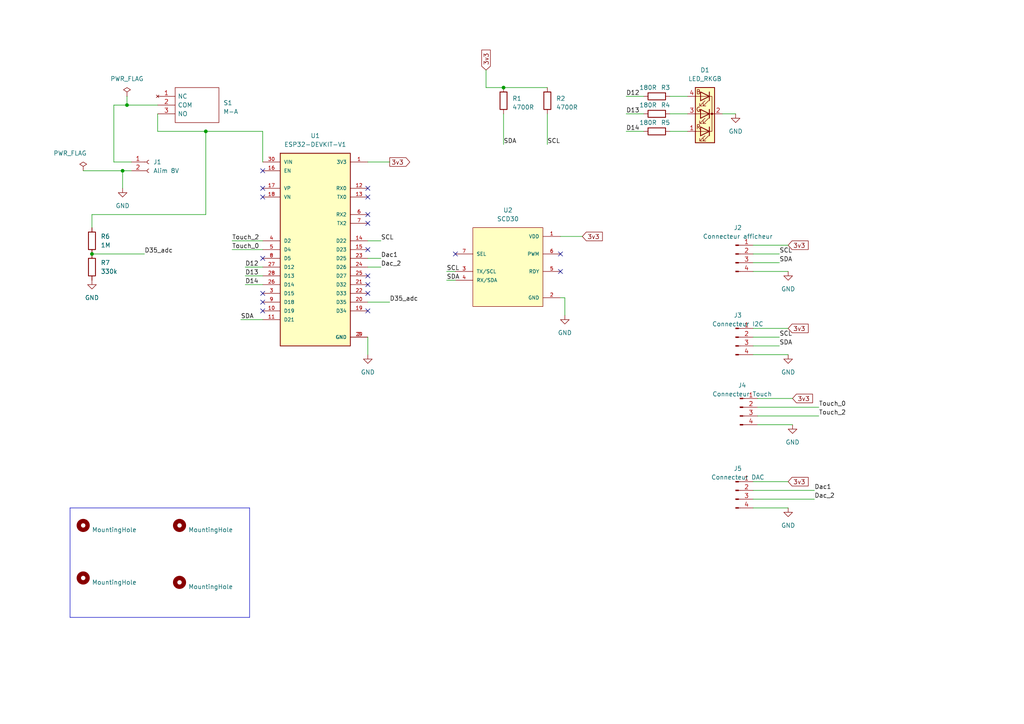
<source format=kicad_sch>
(kicad_sch (version 20230121) (generator eeschema)

  (uuid c993dbd0-3996-42e5-9abc-39467a5d573a)

  (paper "A4")

  (title_block
    (title "Schéma de principe")
    (date "2023-12-18")
    (rev "v2")
    (company "F.L.AL.")
  )

  (lib_symbols
    (symbol "Connector:Conn_01x02_Female" (pin_names (offset 1.016) hide) (in_bom yes) (on_board yes)
      (property "Reference" "J" (at 0 2.54 0)
        (effects (font (size 1.27 1.27)))
      )
      (property "Value" "Conn_01x02_Female" (at 0 -5.08 0)
        (effects (font (size 1.27 1.27)))
      )
      (property "Footprint" "" (at 0 0 0)
        (effects (font (size 1.27 1.27)) hide)
      )
      (property "Datasheet" "~" (at 0 0 0)
        (effects (font (size 1.27 1.27)) hide)
      )
      (property "ki_keywords" "connector" (at 0 0 0)
        (effects (font (size 1.27 1.27)) hide)
      )
      (property "ki_description" "Generic connector, single row, 01x02, script generated (kicad-library-utils/schlib/autogen/connector/)" (at 0 0 0)
        (effects (font (size 1.27 1.27)) hide)
      )
      (property "ki_fp_filters" "Connector*:*_1x??_*" (at 0 0 0)
        (effects (font (size 1.27 1.27)) hide)
      )
      (symbol "Conn_01x02_Female_1_1"
        (arc (start 0 -2.032) (mid -0.5058 -2.54) (end 0 -3.048)
          (stroke (width 0.1524) (type default))
          (fill (type none))
        )
        (polyline
          (pts
            (xy -1.27 -2.54)
            (xy -0.508 -2.54)
          )
          (stroke (width 0.1524) (type default))
          (fill (type none))
        )
        (polyline
          (pts
            (xy -1.27 0)
            (xy -0.508 0)
          )
          (stroke (width 0.1524) (type default))
          (fill (type none))
        )
        (arc (start 0 0.508) (mid -0.5058 0) (end 0 -0.508)
          (stroke (width 0.1524) (type default))
          (fill (type none))
        )
        (pin passive line (at -5.08 0 0) (length 3.81)
          (name "Pin_1" (effects (font (size 1.27 1.27))))
          (number "1" (effects (font (size 1.27 1.27))))
        )
        (pin passive line (at -5.08 -2.54 0) (length 3.81)
          (name "Pin_2" (effects (font (size 1.27 1.27))))
          (number "2" (effects (font (size 1.27 1.27))))
        )
      )
    )
    (symbol "Connector:Conn_01x04_Male" (pin_names (offset 1.016) hide) (in_bom yes) (on_board yes)
      (property "Reference" "J" (at 0 5.08 0)
        (effects (font (size 1.27 1.27)))
      )
      (property "Value" "Conn_01x04_Male" (at 0 -7.62 0)
        (effects (font (size 1.27 1.27)))
      )
      (property "Footprint" "" (at 0 0 0)
        (effects (font (size 1.27 1.27)) hide)
      )
      (property "Datasheet" "~" (at 0 0 0)
        (effects (font (size 1.27 1.27)) hide)
      )
      (property "ki_keywords" "connector" (at 0 0 0)
        (effects (font (size 1.27 1.27)) hide)
      )
      (property "ki_description" "Generic connector, single row, 01x04, script generated (kicad-library-utils/schlib/autogen/connector/)" (at 0 0 0)
        (effects (font (size 1.27 1.27)) hide)
      )
      (property "ki_fp_filters" "Connector*:*_1x??_*" (at 0 0 0)
        (effects (font (size 1.27 1.27)) hide)
      )
      (symbol "Conn_01x04_Male_1_1"
        (polyline
          (pts
            (xy 1.27 -5.08)
            (xy 0.8636 -5.08)
          )
          (stroke (width 0.1524) (type default))
          (fill (type none))
        )
        (polyline
          (pts
            (xy 1.27 -2.54)
            (xy 0.8636 -2.54)
          )
          (stroke (width 0.1524) (type default))
          (fill (type none))
        )
        (polyline
          (pts
            (xy 1.27 0)
            (xy 0.8636 0)
          )
          (stroke (width 0.1524) (type default))
          (fill (type none))
        )
        (polyline
          (pts
            (xy 1.27 2.54)
            (xy 0.8636 2.54)
          )
          (stroke (width 0.1524) (type default))
          (fill (type none))
        )
        (rectangle (start 0.8636 -4.953) (end 0 -5.207)
          (stroke (width 0.1524) (type default))
          (fill (type outline))
        )
        (rectangle (start 0.8636 -2.413) (end 0 -2.667)
          (stroke (width 0.1524) (type default))
          (fill (type outline))
        )
        (rectangle (start 0.8636 0.127) (end 0 -0.127)
          (stroke (width 0.1524) (type default))
          (fill (type outline))
        )
        (rectangle (start 0.8636 2.667) (end 0 2.413)
          (stroke (width 0.1524) (type default))
          (fill (type outline))
        )
        (pin passive line (at 5.08 2.54 180) (length 3.81)
          (name "Pin_1" (effects (font (size 1.27 1.27))))
          (number "1" (effects (font (size 1.27 1.27))))
        )
        (pin passive line (at 5.08 0 180) (length 3.81)
          (name "Pin_2" (effects (font (size 1.27 1.27))))
          (number "2" (effects (font (size 1.27 1.27))))
        )
        (pin passive line (at 5.08 -2.54 180) (length 3.81)
          (name "Pin_3" (effects (font (size 1.27 1.27))))
          (number "3" (effects (font (size 1.27 1.27))))
        )
        (pin passive line (at 5.08 -5.08 180) (length 3.81)
          (name "Pin_4" (effects (font (size 1.27 1.27))))
          (number "4" (effects (font (size 1.27 1.27))))
        )
      )
    )
    (symbol "Device:LED_RKGB" (pin_names (offset 0) hide) (in_bom yes) (on_board yes)
      (property "Reference" "D" (at 0 9.398 0)
        (effects (font (size 1.27 1.27)))
      )
      (property "Value" "LED_RKGB" (at 0 -8.89 0)
        (effects (font (size 1.27 1.27)))
      )
      (property "Footprint" "" (at 0 -1.27 0)
        (effects (font (size 1.27 1.27)) hide)
      )
      (property "Datasheet" "~" (at 0 -1.27 0)
        (effects (font (size 1.27 1.27)) hide)
      )
      (property "ki_keywords" "LED RGB diode" (at 0 0 0)
        (effects (font (size 1.27 1.27)) hide)
      )
      (property "ki_description" "RGB LED, red/cathode/green/blue" (at 0 0 0)
        (effects (font (size 1.27 1.27)) hide)
      )
      (property "ki_fp_filters" "LED* LED_SMD:* LED_THT:*" (at 0 0 0)
        (effects (font (size 1.27 1.27)) hide)
      )
      (symbol "LED_RKGB_0_0"
        (text "B" (at 1.905 -6.35 0)
          (effects (font (size 1.27 1.27)))
        )
        (text "G" (at 1.905 -1.27 0)
          (effects (font (size 1.27 1.27)))
        )
        (text "R" (at 1.905 3.81 0)
          (effects (font (size 1.27 1.27)))
        )
      )
      (symbol "LED_RKGB_0_1"
        (circle (center -2.032 0) (radius 0.254)
          (stroke (width 0) (type default))
          (fill (type outline))
        )
        (polyline
          (pts
            (xy -1.27 -5.08)
            (xy 1.27 -5.08)
          )
          (stroke (width 0) (type default))
          (fill (type none))
        )
        (polyline
          (pts
            (xy -1.27 -3.81)
            (xy -1.27 -6.35)
          )
          (stroke (width 0.254) (type default))
          (fill (type none))
        )
        (polyline
          (pts
            (xy -1.27 0)
            (xy -2.54 0)
          )
          (stroke (width 0) (type default))
          (fill (type none))
        )
        (polyline
          (pts
            (xy -1.27 1.27)
            (xy -1.27 -1.27)
          )
          (stroke (width 0.254) (type default))
          (fill (type none))
        )
        (polyline
          (pts
            (xy -1.27 5.08)
            (xy 1.27 5.08)
          )
          (stroke (width 0) (type default))
          (fill (type none))
        )
        (polyline
          (pts
            (xy -1.27 6.35)
            (xy -1.27 3.81)
          )
          (stroke (width 0.254) (type default))
          (fill (type none))
        )
        (polyline
          (pts
            (xy 1.27 -5.08)
            (xy 2.54 -5.08)
          )
          (stroke (width 0) (type default))
          (fill (type none))
        )
        (polyline
          (pts
            (xy 1.27 0)
            (xy -1.27 0)
          )
          (stroke (width 0) (type default))
          (fill (type none))
        )
        (polyline
          (pts
            (xy 1.27 0)
            (xy 2.54 0)
          )
          (stroke (width 0) (type default))
          (fill (type none))
        )
        (polyline
          (pts
            (xy 1.27 5.08)
            (xy 2.54 5.08)
          )
          (stroke (width 0) (type default))
          (fill (type none))
        )
        (polyline
          (pts
            (xy -1.27 1.27)
            (xy -1.27 -1.27)
            (xy -1.27 -1.27)
          )
          (stroke (width 0) (type default))
          (fill (type none))
        )
        (polyline
          (pts
            (xy -1.27 6.35)
            (xy -1.27 3.81)
            (xy -1.27 3.81)
          )
          (stroke (width 0) (type default))
          (fill (type none))
        )
        (polyline
          (pts
            (xy -1.27 5.08)
            (xy -2.032 5.08)
            (xy -2.032 -5.08)
            (xy -1.016 -5.08)
          )
          (stroke (width 0) (type default))
          (fill (type none))
        )
        (polyline
          (pts
            (xy 1.27 -3.81)
            (xy 1.27 -6.35)
            (xy -1.27 -5.08)
            (xy 1.27 -3.81)
          )
          (stroke (width 0.254) (type default))
          (fill (type none))
        )
        (polyline
          (pts
            (xy 1.27 1.27)
            (xy 1.27 -1.27)
            (xy -1.27 0)
            (xy 1.27 1.27)
          )
          (stroke (width 0.254) (type default))
          (fill (type none))
        )
        (polyline
          (pts
            (xy 1.27 6.35)
            (xy 1.27 3.81)
            (xy -1.27 5.08)
            (xy 1.27 6.35)
          )
          (stroke (width 0.254) (type default))
          (fill (type none))
        )
        (polyline
          (pts
            (xy -1.016 -3.81)
            (xy 0.508 -2.286)
            (xy -0.254 -2.286)
            (xy 0.508 -2.286)
            (xy 0.508 -3.048)
          )
          (stroke (width 0) (type default))
          (fill (type none))
        )
        (polyline
          (pts
            (xy -1.016 1.27)
            (xy 0.508 2.794)
            (xy -0.254 2.794)
            (xy 0.508 2.794)
            (xy 0.508 2.032)
          )
          (stroke (width 0) (type default))
          (fill (type none))
        )
        (polyline
          (pts
            (xy -1.016 6.35)
            (xy 0.508 7.874)
            (xy -0.254 7.874)
            (xy 0.508 7.874)
            (xy 0.508 7.112)
          )
          (stroke (width 0) (type default))
          (fill (type none))
        )
        (polyline
          (pts
            (xy 0 -3.81)
            (xy 1.524 -2.286)
            (xy 0.762 -2.286)
            (xy 1.524 -2.286)
            (xy 1.524 -3.048)
          )
          (stroke (width 0) (type default))
          (fill (type none))
        )
        (polyline
          (pts
            (xy 0 1.27)
            (xy 1.524 2.794)
            (xy 0.762 2.794)
            (xy 1.524 2.794)
            (xy 1.524 2.032)
          )
          (stroke (width 0) (type default))
          (fill (type none))
        )
        (polyline
          (pts
            (xy 0 6.35)
            (xy 1.524 7.874)
            (xy 0.762 7.874)
            (xy 1.524 7.874)
            (xy 1.524 7.112)
          )
          (stroke (width 0) (type default))
          (fill (type none))
        )
        (rectangle (start 1.27 -1.27) (end 1.27 1.27)
          (stroke (width 0) (type default))
          (fill (type none))
        )
        (rectangle (start 1.27 1.27) (end 1.27 1.27)
          (stroke (width 0) (type default))
          (fill (type none))
        )
        (rectangle (start 1.27 3.81) (end 1.27 6.35)
          (stroke (width 0) (type default))
          (fill (type none))
        )
        (rectangle (start 1.27 6.35) (end 1.27 6.35)
          (stroke (width 0) (type default))
          (fill (type none))
        )
        (rectangle (start 2.794 8.382) (end -2.794 -7.62)
          (stroke (width 0.254) (type default))
          (fill (type background))
        )
      )
      (symbol "LED_RKGB_1_1"
        (pin passive line (at 5.08 5.08 180) (length 2.54)
          (name "RA" (effects (font (size 1.27 1.27))))
          (number "1" (effects (font (size 1.27 1.27))))
        )
        (pin passive line (at -5.08 0 0) (length 2.54)
          (name "K" (effects (font (size 1.27 1.27))))
          (number "2" (effects (font (size 1.27 1.27))))
        )
        (pin passive line (at 5.08 0 180) (length 2.54)
          (name "GA" (effects (font (size 1.27 1.27))))
          (number "3" (effects (font (size 1.27 1.27))))
        )
        (pin passive line (at 5.08 -5.08 180) (length 2.54)
          (name "BA" (effects (font (size 1.27 1.27))))
          (number "4" (effects (font (size 1.27 1.27))))
        )
      )
    )
    (symbol "Device:R" (pin_numbers hide) (pin_names (offset 0)) (in_bom yes) (on_board yes)
      (property "Reference" "R" (at 2.032 0 90)
        (effects (font (size 1.27 1.27)))
      )
      (property "Value" "R" (at 0 0 90)
        (effects (font (size 1.27 1.27)))
      )
      (property "Footprint" "" (at -1.778 0 90)
        (effects (font (size 1.27 1.27)) hide)
      )
      (property "Datasheet" "~" (at 0 0 0)
        (effects (font (size 1.27 1.27)) hide)
      )
      (property "ki_keywords" "R res resistor" (at 0 0 0)
        (effects (font (size 1.27 1.27)) hide)
      )
      (property "ki_description" "Resistor" (at 0 0 0)
        (effects (font (size 1.27 1.27)) hide)
      )
      (property "ki_fp_filters" "R_*" (at 0 0 0)
        (effects (font (size 1.27 1.27)) hide)
      )
      (symbol "R_0_1"
        (rectangle (start -1.016 -2.54) (end 1.016 2.54)
          (stroke (width 0.254) (type default))
          (fill (type none))
        )
      )
      (symbol "R_1_1"
        (pin passive line (at 0 3.81 270) (length 1.27)
          (name "~" (effects (font (size 1.27 1.27))))
          (number "1" (effects (font (size 1.27 1.27))))
        )
        (pin passive line (at 0 -3.81 90) (length 1.27)
          (name "~" (effects (font (size 1.27 1.27))))
          (number "2" (effects (font (size 1.27 1.27))))
        )
      )
    )
    (symbol "ESP32:ESP32-DEVKIT-V1" (pin_names (offset 1.016)) (in_bom yes) (on_board yes)
      (property "Reference" "U" (at -10.16 30.48 0)
        (effects (font (size 1.27 1.27)) (justify left bottom))
      )
      (property "Value" "ESP32-DEVKIT-V1" (at -10.16 -30.48 0)
        (effects (font (size 1.27 1.27)) (justify left bottom))
      )
      (property "Footprint" "MODULE_ESP32_DEVKIT_V1" (at 0 0 0)
        (effects (font (size 1.27 1.27)) (justify left bottom) hide)
      )
      (property "Datasheet" "" (at 0 0 0)
        (effects (font (size 1.27 1.27)) (justify left bottom) hide)
      )
      (property "PARTREV" "N/A" (at 0 0 0)
        (effects (font (size 1.27 1.27)) (justify left bottom) hide)
      )
      (property "MANUFACTURER" "DOIT" (at 0 0 0)
        (effects (font (size 1.27 1.27)) (justify left bottom) hide)
      )
      (property "MAXIMUM_PACKAGE_HEIGHT" "6.8 mm" (at 0 0 0)
        (effects (font (size 1.27 1.27)) (justify left bottom) hide)
      )
      (property "STANDARD" "Manufacturer Recommendations" (at 0 0 0)
        (effects (font (size 1.27 1.27)) (justify left bottom) hide)
      )
      (property "ki_locked" "" (at 0 0 0)
        (effects (font (size 1.27 1.27)))
      )
      (symbol "ESP32-DEVKIT-V1_0_0"
        (rectangle (start -10.16 -27.94) (end 10.16 27.94)
          (stroke (width 0.254) (type default))
          (fill (type background))
        )
        (pin output line (at 15.24 25.4 180) (length 5.08)
          (name "3V3" (effects (font (size 1.016 1.016))))
          (number "1" (effects (font (size 1.016 1.016))))
        )
        (pin bidirectional line (at -15.24 -17.78 0) (length 5.08)
          (name "D19" (effects (font (size 1.016 1.016))))
          (number "10" (effects (font (size 1.016 1.016))))
        )
        (pin bidirectional line (at -15.24 -20.32 0) (length 5.08)
          (name "D21" (effects (font (size 1.016 1.016))))
          (number "11" (effects (font (size 1.016 1.016))))
        )
        (pin input line (at 15.24 17.78 180) (length 5.08)
          (name "RX0" (effects (font (size 1.016 1.016))))
          (number "12" (effects (font (size 1.016 1.016))))
        )
        (pin output line (at 15.24 15.24 180) (length 5.08)
          (name "TX0" (effects (font (size 1.016 1.016))))
          (number "13" (effects (font (size 1.016 1.016))))
        )
        (pin bidirectional line (at 15.24 2.54 180) (length 5.08)
          (name "D22" (effects (font (size 1.016 1.016))))
          (number "14" (effects (font (size 1.016 1.016))))
        )
        (pin bidirectional line (at 15.24 0 180) (length 5.08)
          (name "D23" (effects (font (size 1.016 1.016))))
          (number "15" (effects (font (size 1.016 1.016))))
        )
        (pin input line (at -15.24 22.86 0) (length 5.08)
          (name "EN" (effects (font (size 1.016 1.016))))
          (number "16" (effects (font (size 1.016 1.016))))
        )
        (pin bidirectional line (at -15.24 17.78 0) (length 5.08)
          (name "VP" (effects (font (size 1.016 1.016))))
          (number "17" (effects (font (size 1.016 1.016))))
        )
        (pin bidirectional line (at -15.24 15.24 0) (length 5.08)
          (name "VN" (effects (font (size 1.016 1.016))))
          (number "18" (effects (font (size 1.016 1.016))))
        )
        (pin bidirectional line (at 15.24 -17.78 180) (length 5.08)
          (name "D34" (effects (font (size 1.016 1.016))))
          (number "19" (effects (font (size 1.016 1.016))))
        )
        (pin power_in line (at 15.24 -25.4 180) (length 5.08)
          (name "GND" (effects (font (size 1.016 1.016))))
          (number "2" (effects (font (size 1.016 1.016))))
        )
        (pin bidirectional line (at 15.24 -15.24 180) (length 5.08)
          (name "D35" (effects (font (size 1.016 1.016))))
          (number "20" (effects (font (size 1.016 1.016))))
        )
        (pin bidirectional line (at 15.24 -10.16 180) (length 5.08)
          (name "D32" (effects (font (size 1.016 1.016))))
          (number "21" (effects (font (size 1.016 1.016))))
        )
        (pin bidirectional line (at 15.24 -12.7 180) (length 5.08)
          (name "D33" (effects (font (size 1.016 1.016))))
          (number "22" (effects (font (size 1.016 1.016))))
        )
        (pin bidirectional line (at 15.24 -2.54 180) (length 5.08)
          (name "D25" (effects (font (size 1.016 1.016))))
          (number "23" (effects (font (size 1.016 1.016))))
        )
        (pin bidirectional line (at 15.24 -5.08 180) (length 5.08)
          (name "D26" (effects (font (size 1.016 1.016))))
          (number "24" (effects (font (size 1.016 1.016))))
        )
        (pin bidirectional line (at 15.24 -7.62 180) (length 5.08)
          (name "D27" (effects (font (size 1.016 1.016))))
          (number "25" (effects (font (size 1.016 1.016))))
        )
        (pin bidirectional line (at -15.24 -10.16 0) (length 5.08)
          (name "D14" (effects (font (size 1.016 1.016))))
          (number "26" (effects (font (size 1.016 1.016))))
        )
        (pin bidirectional line (at -15.24 -5.08 0) (length 5.08)
          (name "D12" (effects (font (size 1.016 1.016))))
          (number "27" (effects (font (size 1.016 1.016))))
        )
        (pin bidirectional line (at -15.24 -7.62 0) (length 5.08)
          (name "D13" (effects (font (size 1.016 1.016))))
          (number "28" (effects (font (size 1.016 1.016))))
        )
        (pin power_in line (at 15.24 -25.4 180) (length 5.08)
          (name "GND" (effects (font (size 1.016 1.016))))
          (number "29" (effects (font (size 1.016 1.016))))
        )
        (pin bidirectional line (at -15.24 -12.7 0) (length 5.08)
          (name "D15" (effects (font (size 1.016 1.016))))
          (number "3" (effects (font (size 1.016 1.016))))
        )
        (pin input line (at -15.24 25.4 0) (length 5.08)
          (name "VIN" (effects (font (size 1.016 1.016))))
          (number "30" (effects (font (size 1.016 1.016))))
        )
        (pin bidirectional line (at -15.24 2.54 0) (length 5.08)
          (name "D2" (effects (font (size 1.016 1.016))))
          (number "4" (effects (font (size 1.016 1.016))))
        )
        (pin bidirectional line (at -15.24 0 0) (length 5.08)
          (name "D4" (effects (font (size 1.016 1.016))))
          (number "5" (effects (font (size 1.016 1.016))))
        )
        (pin input line (at 15.24 10.16 180) (length 5.08)
          (name "RX2" (effects (font (size 1.016 1.016))))
          (number "6" (effects (font (size 1.016 1.016))))
        )
        (pin output line (at 15.24 7.62 180) (length 5.08)
          (name "TX2" (effects (font (size 1.016 1.016))))
          (number "7" (effects (font (size 1.016 1.016))))
        )
        (pin bidirectional line (at -15.24 -2.54 0) (length 5.08)
          (name "D5" (effects (font (size 1.016 1.016))))
          (number "8" (effects (font (size 1.016 1.016))))
        )
        (pin bidirectional line (at -15.24 -15.24 0) (length 5.08)
          (name "D18" (effects (font (size 1.016 1.016))))
          (number "9" (effects (font (size 1.016 1.016))))
        )
      )
    )
    (symbol "Mechanical:MountingHole" (pin_names (offset 1.016)) (in_bom yes) (on_board yes)
      (property "Reference" "H" (at 0 5.08 0)
        (effects (font (size 1.27 1.27)))
      )
      (property "Value" "MountingHole" (at 0 3.175 0)
        (effects (font (size 1.27 1.27)))
      )
      (property "Footprint" "" (at 0 0 0)
        (effects (font (size 1.27 1.27)) hide)
      )
      (property "Datasheet" "~" (at 0 0 0)
        (effects (font (size 1.27 1.27)) hide)
      )
      (property "ki_keywords" "mounting hole" (at 0 0 0)
        (effects (font (size 1.27 1.27)) hide)
      )
      (property "ki_description" "Mounting Hole without connection" (at 0 0 0)
        (effects (font (size 1.27 1.27)) hide)
      )
      (property "ki_fp_filters" "MountingHole*" (at 0 0 0)
        (effects (font (size 1.27 1.27)) hide)
      )
      (symbol "MountingHole_0_1"
        (circle (center 0 0) (radius 1.27)
          (stroke (width 1.27) (type default))
          (fill (type none))
        )
      )
    )
    (symbol "SS12D00G3:SS12D00G3" (pin_names (offset 0.762)) (in_bom yes) (on_board yes)
      (property "Reference" "S" (at 19.05 7.62 0)
        (effects (font (size 1.27 1.27)) (justify left))
      )
      (property "Value" "SS12D00G3" (at 19.05 5.08 0)
        (effects (font (size 1.27 1.27)) (justify left))
      )
      (property "Footprint" "SS12D00G3" (at 19.05 2.54 0)
        (effects (font (size 1.27 1.27)) (justify left) hide)
      )
      (property "Datasheet" "http://vimex.com/switches/techdocs/SS12D00-tech.pdf" (at 19.05 0 0)
        (effects (font (size 1.27 1.27)) (justify left) hide)
      )
      (property "Description" "3 Pin Toggle Switch" (at 19.05 -2.54 0)
        (effects (font (size 1.27 1.27)) (justify left) hide)
      )
      (property "Height" "7" (at 19.05 -5.08 0)
        (effects (font (size 1.27 1.27)) (justify left) hide)
      )
      (property "Manufacturer_Name" "Vimex" (at 19.05 -7.62 0)
        (effects (font (size 1.27 1.27)) (justify left) hide)
      )
      (property "Manufacturer_Part_Number" "SS12D00G3" (at 19.05 -10.16 0)
        (effects (font (size 1.27 1.27)) (justify left) hide)
      )
      (property "Mouser Part Number" "" (at 19.05 -12.7 0)
        (effects (font (size 1.27 1.27)) (justify left) hide)
      )
      (property "Mouser Price/Stock" "" (at 19.05 -15.24 0)
        (effects (font (size 1.27 1.27)) (justify left) hide)
      )
      (property "Arrow Part Number" "" (at 19.05 -17.78 0)
        (effects (font (size 1.27 1.27)) (justify left) hide)
      )
      (property "Arrow Price/Stock" "" (at 19.05 -20.32 0)
        (effects (font (size 1.27 1.27)) (justify left) hide)
      )
      (symbol "SS12D00G3_0_0"
        (pin no_connect line (at 0 0 0) (length 5.08)
          (name "NC" (effects (font (size 1.27 1.27))))
          (number "1" (effects (font (size 1.27 1.27))))
        )
        (pin passive line (at 0 -2.54 0) (length 5.08)
          (name "COM" (effects (font (size 1.27 1.27))))
          (number "2" (effects (font (size 1.27 1.27))))
        )
        (pin passive line (at 0 -5.08 0) (length 5.08)
          (name "NO" (effects (font (size 1.27 1.27))))
          (number "3" (effects (font (size 1.27 1.27))))
        )
      )
      (symbol "SS12D00G3_0_1"
        (polyline
          (pts
            (xy 5.08 2.54)
            (xy 17.78 2.54)
            (xy 17.78 -7.62)
            (xy 5.08 -7.62)
            (xy 5.08 2.54)
          )
          (stroke (width 0.1524) (type default))
          (fill (type none))
        )
      )
    )
    (symbol "power:GND" (power) (pin_names (offset 0)) (in_bom yes) (on_board yes)
      (property "Reference" "#PWR" (at 0 -6.35 0)
        (effects (font (size 1.27 1.27)) hide)
      )
      (property "Value" "GND" (at 0 -3.81 0)
        (effects (font (size 1.27 1.27)))
      )
      (property "Footprint" "" (at 0 0 0)
        (effects (font (size 1.27 1.27)) hide)
      )
      (property "Datasheet" "" (at 0 0 0)
        (effects (font (size 1.27 1.27)) hide)
      )
      (property "ki_keywords" "power-flag" (at 0 0 0)
        (effects (font (size 1.27 1.27)) hide)
      )
      (property "ki_description" "Power symbol creates a global label with name \"GND\" , ground" (at 0 0 0)
        (effects (font (size 1.27 1.27)) hide)
      )
      (symbol "GND_0_1"
        (polyline
          (pts
            (xy 0 0)
            (xy 0 -1.27)
            (xy 1.27 -1.27)
            (xy 0 -2.54)
            (xy -1.27 -1.27)
            (xy 0 -1.27)
          )
          (stroke (width 0) (type default))
          (fill (type none))
        )
      )
      (symbol "GND_1_1"
        (pin power_in line (at 0 0 270) (length 0) hide
          (name "GND" (effects (font (size 1.27 1.27))))
          (number "1" (effects (font (size 1.27 1.27))))
        )
      )
    )
    (symbol "power:PWR_FLAG" (power) (pin_numbers hide) (pin_names (offset 0) hide) (in_bom yes) (on_board yes)
      (property "Reference" "#FLG" (at 0 1.905 0)
        (effects (font (size 1.27 1.27)) hide)
      )
      (property "Value" "PWR_FLAG" (at 0 3.81 0)
        (effects (font (size 1.27 1.27)))
      )
      (property "Footprint" "" (at 0 0 0)
        (effects (font (size 1.27 1.27)) hide)
      )
      (property "Datasheet" "~" (at 0 0 0)
        (effects (font (size 1.27 1.27)) hide)
      )
      (property "ki_keywords" "power-flag" (at 0 0 0)
        (effects (font (size 1.27 1.27)) hide)
      )
      (property "ki_description" "Special symbol for telling ERC where power comes from" (at 0 0 0)
        (effects (font (size 1.27 1.27)) hide)
      )
      (symbol "PWR_FLAG_0_0"
        (pin power_out line (at 0 0 90) (length 0)
          (name "pwr" (effects (font (size 1.27 1.27))))
          (number "1" (effects (font (size 1.27 1.27))))
        )
      )
      (symbol "PWR_FLAG_0_1"
        (polyline
          (pts
            (xy 0 0)
            (xy 0 1.27)
            (xy -1.016 1.905)
            (xy 0 2.54)
            (xy 1.016 1.905)
            (xy 0 1.27)
          )
          (stroke (width 0) (type default))
          (fill (type none))
        )
      )
    )
    (symbol "scd30:SCD30" (pin_names (offset 1.016)) (in_bom yes) (on_board yes)
      (property "Reference" "U" (at -10.16 13.462 0)
        (effects (font (size 1.27 1.27)) (justify left bottom))
      )
      (property "Value" "SCD30" (at -10.16 -12.7 0)
        (effects (font (size 1.27 1.27)) (justify left bottom))
      )
      (property "Footprint" "MODULE_SCD30" (at 0 0 0)
        (effects (font (size 1.27 1.27)) (justify left bottom) hide)
      )
      (property "Datasheet" "" (at 0 0 0)
        (effects (font (size 1.27 1.27)) (justify left bottom) hide)
      )
      (property "MANUFACTURER" "Sensirion" (at 0 0 0)
        (effects (font (size 1.27 1.27)) (justify left bottom) hide)
      )
      (property "PARTREV" "D1" (at 0 0 0)
        (effects (font (size 1.27 1.27)) (justify left bottom) hide)
      )
      (property "MAXIMUM_PACKAGE_HEIGHT" "7.0mm" (at 0 0 0)
        (effects (font (size 1.27 1.27)) (justify left bottom) hide)
      )
      (property "STANDARD" "Manufacturer Recommendations" (at 0 0 0)
        (effects (font (size 1.27 1.27)) (justify left bottom) hide)
      )
      (property "ki_locked" "" (at 0 0 0)
        (effects (font (size 1.27 1.27)))
      )
      (symbol "SCD30_0_0"
        (rectangle (start -10.16 -10.16) (end 10.16 12.7)
          (stroke (width 0.1524) (type default))
          (fill (type background))
        )
        (pin power_in line (at 15.24 10.16 180) (length 5.08)
          (name "VDD" (effects (font (size 1.016 1.016))))
          (number "1" (effects (font (size 1.016 1.016))))
        )
        (pin power_in line (at 15.24 -7.62 180) (length 5.08)
          (name "GND" (effects (font (size 1.016 1.016))))
          (number "2" (effects (font (size 1.016 1.016))))
        )
        (pin bidirectional line (at -15.24 0 0) (length 5.08)
          (name "TX/SCL" (effects (font (size 1.016 1.016))))
          (number "3" (effects (font (size 1.016 1.016))))
        )
        (pin bidirectional line (at -15.24 -2.54 0) (length 5.08)
          (name "RX/SDA" (effects (font (size 1.016 1.016))))
          (number "4" (effects (font (size 1.016 1.016))))
        )
        (pin bidirectional line (at 15.24 0 180) (length 5.08)
          (name "RDY" (effects (font (size 1.016 1.016))))
          (number "5" (effects (font (size 1.016 1.016))))
        )
        (pin output line (at 15.24 5.08 180) (length 5.08)
          (name "PWM" (effects (font (size 1.016 1.016))))
          (number "6" (effects (font (size 1.016 1.016))))
        )
        (pin input line (at -15.24 5.08 0) (length 5.08)
          (name "SEL" (effects (font (size 1.016 1.016))))
          (number "7" (effects (font (size 1.016 1.016))))
        )
      )
    )
  )

  (junction (at 59.69 38.1) (diameter 0) (color 0 0 0 0)
    (uuid 3d355b49-1ecf-4df1-9381-c136efdda266)
  )
  (junction (at 146.05 25.4) (diameter 0) (color 0 0 0 0)
    (uuid 488bf27f-b0bb-4875-82fc-551510109c9c)
  )
  (junction (at 26.67 73.66) (diameter 0) (color 0 0 0 0)
    (uuid 6f54287e-70ce-4568-80c6-be37350582b6)
  )
  (junction (at 36.83 30.48) (diameter 0) (color 0 0 0 0)
    (uuid ee6d8fc9-1575-48c6-9fcc-803a42f12941)
  )
  (junction (at 35.56 49.53) (diameter 0) (color 0 0 0 0)
    (uuid eeb801ab-9ccd-4017-8bc6-d48aeb3a7c55)
  )

  (no_connect (at 106.68 90.17) (uuid 3e0d446f-290f-4a2c-a920-12ccc9e3addd))
  (no_connect (at 76.2 57.15) (uuid 3e0d446f-290f-4a2c-a920-12ccc9e3adde))
  (no_connect (at 76.2 54.61) (uuid 3e0d446f-290f-4a2c-a920-12ccc9e3addf))
  (no_connect (at 76.2 49.53) (uuid 3e0d446f-290f-4a2c-a920-12ccc9e3ade0))
  (no_connect (at 76.2 90.17) (uuid 3e0d446f-290f-4a2c-a920-12ccc9e3ade1))
  (no_connect (at 76.2 87.63) (uuid 3e0d446f-290f-4a2c-a920-12ccc9e3ade2))
  (no_connect (at 76.2 85.09) (uuid 3e0d446f-290f-4a2c-a920-12ccc9e3ade3))
  (no_connect (at 76.2 74.93) (uuid 3e0d446f-290f-4a2c-a920-12ccc9e3ade6))
  (no_connect (at 162.56 73.66) (uuid a05af406-256f-457e-9c94-61dc5d970ec4))
  (no_connect (at 162.56 78.74) (uuid a05af406-256f-457e-9c94-61dc5d970ec5))
  (no_connect (at 132.08 73.66) (uuid a05af406-256f-457e-9c94-61dc5d970ec6))
  (no_connect (at 106.68 72.39) (uuid b7729194-7e46-4c86-8f37-0ea3df1cad65))
  (no_connect (at 106.68 80.01) (uuid b7729194-7e46-4c86-8f37-0ea3df1cad66))
  (no_connect (at 106.68 82.55) (uuid b7729194-7e46-4c86-8f37-0ea3df1cad67))
  (no_connect (at 106.68 85.09) (uuid b7729194-7e46-4c86-8f37-0ea3df1cad68))
  (no_connect (at 106.68 54.61) (uuid b7729194-7e46-4c86-8f37-0ea3df1cad69))
  (no_connect (at 106.68 62.23) (uuid b7729194-7e46-4c86-8f37-0ea3df1cad6a))
  (no_connect (at 106.68 57.15) (uuid b7729194-7e46-4c86-8f37-0ea3df1cad6b))
  (no_connect (at 106.68 64.77) (uuid b7729194-7e46-4c86-8f37-0ea3df1cad6c))

  (wire (pts (xy 24.13 49.53) (xy 35.56 49.53))
    (stroke (width 0) (type default))
    (uuid 000b5838-ac90-4036-8ddc-68cff5c455d4)
  )
  (wire (pts (xy 194.31 27.94) (xy 199.39 27.94))
    (stroke (width 0) (type default))
    (uuid 05bb3fdc-fe00-419c-939a-905ecf24a086)
  )
  (wire (pts (xy 218.44 142.24) (xy 236.22 142.24))
    (stroke (width 0) (type default))
    (uuid 13061714-16f9-465c-b7d5-83fbf1ac502d)
  )
  (wire (pts (xy 71.12 82.55) (xy 76.2 82.55))
    (stroke (width 0) (type default))
    (uuid 13d08b70-934c-4bb0-a203-45818079c88a)
  )
  (wire (pts (xy 218.44 71.12) (xy 228.6 71.12))
    (stroke (width 0) (type default))
    (uuid 175e6fe0-d646-46f0-a01e-1416358eea4b)
  )
  (wire (pts (xy 218.44 97.79) (xy 226.06 97.79))
    (stroke (width 0) (type default))
    (uuid 17f8f3ac-b1a6-444b-9cab-aac273708e89)
  )
  (wire (pts (xy 106.68 74.93) (xy 110.49 74.93))
    (stroke (width 0) (type default))
    (uuid 1a8f650d-b753-4e1a-aca3-6931ce947ffc)
  )
  (wire (pts (xy 106.68 97.79) (xy 106.68 102.87))
    (stroke (width 0) (type default))
    (uuid 1c7a4d39-03d0-4184-b4cc-f49844598e21)
  )
  (wire (pts (xy 33.02 46.99) (xy 38.1 46.99))
    (stroke (width 0) (type default))
    (uuid 29d2dbcf-09c4-479a-9d71-4b85873801e0)
  )
  (wire (pts (xy 69.85 92.71) (xy 76.2 92.71))
    (stroke (width 0) (type default))
    (uuid 2dc38598-cb8f-4556-901b-e97da79f1cf8)
  )
  (wire (pts (xy 129.54 81.28) (xy 132.08 81.28))
    (stroke (width 0) (type default))
    (uuid 2fe5c151-44c1-4bae-a7a5-4304628da933)
  )
  (wire (pts (xy 218.44 73.66) (xy 226.06 73.66))
    (stroke (width 0) (type default))
    (uuid 3a460dcd-18a4-4924-b1e1-34a6ee9125b2)
  )
  (wire (pts (xy 218.44 100.33) (xy 226.06 100.33))
    (stroke (width 0) (type default))
    (uuid 3ca0376c-5521-496c-a18f-5c08dc2c1604)
  )
  (wire (pts (xy 158.75 33.02) (xy 158.75 41.91))
    (stroke (width 0) (type default))
    (uuid 413f98fd-4512-4b5b-bd88-50d3306d0e75)
  )
  (wire (pts (xy 26.67 73.66) (xy 41.91 73.66))
    (stroke (width 0) (type default))
    (uuid 43d56eab-6a89-41a1-b55c-0dfa9468d120)
  )
  (wire (pts (xy 59.69 38.1) (xy 76.2 38.1))
    (stroke (width 0) (type default))
    (uuid 4871385c-05cf-4a39-af98-61befebdbcc2)
  )
  (wire (pts (xy 67.31 69.85) (xy 76.2 69.85))
    (stroke (width 0) (type default))
    (uuid 4b9f356f-4f55-4fea-97e3-8e96c8019bcc)
  )
  (wire (pts (xy 218.44 95.25) (xy 228.6 95.25))
    (stroke (width 0) (type default))
    (uuid 4f149d73-aedf-494c-8d85-b4ed619e2753)
  )
  (wire (pts (xy 194.31 38.1) (xy 199.39 38.1))
    (stroke (width 0) (type default))
    (uuid 4f671be3-1c56-4ed4-965d-71d849064526)
  )
  (wire (pts (xy 146.05 33.02) (xy 146.05 41.91))
    (stroke (width 0) (type default))
    (uuid 5296ef84-ba84-4396-a7a0-e0f38fc63ef2)
  )
  (wire (pts (xy 219.71 115.57) (xy 229.87 115.57))
    (stroke (width 0) (type default))
    (uuid 53111f9e-62d2-42f3-83a9-53dd5cfcd80d)
  )
  (wire (pts (xy 218.44 139.7) (xy 228.6 139.7))
    (stroke (width 0) (type default))
    (uuid 5aa6f4cb-7cde-450b-820c-c585e0c95cb5)
  )
  (wire (pts (xy 129.54 78.74) (xy 132.08 78.74))
    (stroke (width 0) (type default))
    (uuid 5c72a0b3-bda2-4dfa-a324-062fb83724c8)
  )
  (wire (pts (xy 67.31 72.39) (xy 76.2 72.39))
    (stroke (width 0) (type default))
    (uuid 6780dfee-5cef-4e85-813a-c5b058b69697)
  )
  (wire (pts (xy 218.44 76.2) (xy 226.06 76.2))
    (stroke (width 0) (type default))
    (uuid 6cedb50b-7a38-410d-ad59-12572281bebc)
  )
  (wire (pts (xy 33.02 30.48) (xy 33.02 46.99))
    (stroke (width 0) (type default))
    (uuid 6f1f9940-acbe-4d86-8950-b5883654eb3f)
  )
  (wire (pts (xy 106.68 46.99) (xy 113.03 46.99))
    (stroke (width 0) (type default))
    (uuid 71d7e5cc-1abf-498a-9d9d-f1544b3a1adc)
  )
  (wire (pts (xy 181.61 38.1) (xy 186.69 38.1))
    (stroke (width 0) (type default))
    (uuid 74442c5b-3c8c-4c29-9bd8-3912ca3d0862)
  )
  (wire (pts (xy 218.44 102.87) (xy 228.6 102.87))
    (stroke (width 0) (type default))
    (uuid 745d0246-ee28-460e-9559-f1e9dbdcbc33)
  )
  (wire (pts (xy 59.69 62.23) (xy 59.69 38.1))
    (stroke (width 0) (type default))
    (uuid 7689d59f-bb36-440d-ad92-df0451e3d2ad)
  )
  (wire (pts (xy 26.67 66.04) (xy 26.67 62.23))
    (stroke (width 0) (type default))
    (uuid 7b90e405-adc0-4390-b110-ed8f6e8a0730)
  )
  (wire (pts (xy 181.61 33.02) (xy 186.69 33.02))
    (stroke (width 0) (type default))
    (uuid 81c0b51a-226d-4f2b-b586-ef7c2e3d441c)
  )
  (wire (pts (xy 140.97 20.32) (xy 140.97 25.4))
    (stroke (width 0) (type default))
    (uuid 89521bce-e7d8-4139-a214-0a1d54974ff8)
  )
  (wire (pts (xy 140.97 25.4) (xy 146.05 25.4))
    (stroke (width 0) (type default))
    (uuid 89abbfea-e29c-47b3-bb6e-63580f85a53c)
  )
  (wire (pts (xy 71.12 77.47) (xy 76.2 77.47))
    (stroke (width 0) (type default))
    (uuid 9701f20a-125e-447d-bb4d-076bd4ae47d0)
  )
  (wire (pts (xy 146.05 25.4) (xy 158.75 25.4))
    (stroke (width 0) (type default))
    (uuid 9872591f-aef9-478e-8415-f00fecea84ca)
  )
  (wire (pts (xy 219.71 123.19) (xy 229.87 123.19))
    (stroke (width 0) (type default))
    (uuid 9b648f3b-2de5-4d8e-9d9c-9b0e750fedb8)
  )
  (wire (pts (xy 36.83 30.48) (xy 45.72 30.48))
    (stroke (width 0) (type default))
    (uuid 9d6a82c1-0f4d-4bae-870a-6ea72ab488c3)
  )
  (wire (pts (xy 35.56 54.61) (xy 35.56 49.53))
    (stroke (width 0) (type default))
    (uuid 9e59c673-d349-4002-a322-931f52342989)
  )
  (wire (pts (xy 35.56 49.53) (xy 38.1 49.53))
    (stroke (width 0) (type default))
    (uuid 9f0f7019-16f9-4562-9abc-a0fb00fb3306)
  )
  (wire (pts (xy 218.44 147.32) (xy 228.6 147.32))
    (stroke (width 0) (type default))
    (uuid a2187ba9-5e27-4a68-8b09-18824a2c823e)
  )
  (wire (pts (xy 218.44 144.78) (xy 236.22 144.78))
    (stroke (width 0) (type default))
    (uuid ab94d6b5-91b8-41ee-a112-b3b914b53a70)
  )
  (wire (pts (xy 76.2 38.1) (xy 76.2 46.99))
    (stroke (width 0) (type default))
    (uuid b0864d08-d3fa-413a-bc03-d9cf452edad3)
  )
  (wire (pts (xy 162.56 68.58) (xy 168.91 68.58))
    (stroke (width 0) (type default))
    (uuid b587e568-e65f-42c0-b288-1cfc8d9cdeb0)
  )
  (wire (pts (xy 181.61 27.94) (xy 186.69 27.94))
    (stroke (width 0) (type default))
    (uuid b5e168c4-c06f-44c0-ac32-3924fec0f915)
  )
  (wire (pts (xy 106.68 77.47) (xy 110.49 77.47))
    (stroke (width 0) (type default))
    (uuid b7936f1c-6455-4351-a488-45cb257a9f9d)
  )
  (wire (pts (xy 110.49 69.85) (xy 106.68 69.85))
    (stroke (width 0) (type default))
    (uuid baf48b25-aec6-4a0c-92d3-1e5288d19abe)
  )
  (wire (pts (xy 45.72 38.1) (xy 59.69 38.1))
    (stroke (width 0) (type default))
    (uuid be7e7b42-e638-43ab-9859-d90c5a816f51)
  )
  (wire (pts (xy 219.71 120.65) (xy 237.49 120.65))
    (stroke (width 0) (type default))
    (uuid bf7a89a0-60a9-4f84-a707-405cb797a4be)
  )
  (polyline (pts (xy 72.39 179.07) (xy 20.32 179.07))
    (stroke (width 0) (type default))
    (uuid c8f4265e-3649-4c3b-a4b2-99e7e0fc5423)
  )

  (wire (pts (xy 163.83 86.36) (xy 163.83 91.44))
    (stroke (width 0) (type default))
    (uuid c9e82357-edb6-45ee-9f6d-536d868e7495)
  )
  (polyline (pts (xy 72.39 147.32) (xy 72.39 179.07))
    (stroke (width 0) (type default))
    (uuid cc111127-f001-4494-a46a-df9cfd9d4666)
  )

  (wire (pts (xy 26.67 62.23) (xy 59.69 62.23))
    (stroke (width 0) (type default))
    (uuid d0076b27-57ba-45fc-8c0c-4d09e7cf4298)
  )
  (wire (pts (xy 71.12 80.01) (xy 76.2 80.01))
    (stroke (width 0) (type default))
    (uuid d54e8684-edc5-46c6-9694-4bff6778fd00)
  )
  (polyline (pts (xy 20.32 147.32) (xy 20.32 179.07))
    (stroke (width 0) (type default))
    (uuid d66be8b0-4044-4c12-9f4b-5b8b26d95b5c)
  )

  (wire (pts (xy 163.83 86.36) (xy 162.56 86.36))
    (stroke (width 0) (type default))
    (uuid da9065f8-a8ca-409c-9573-a96a29e85716)
  )
  (wire (pts (xy 33.02 30.48) (xy 36.83 30.48))
    (stroke (width 0) (type default))
    (uuid e2b9c415-0d8d-492a-8e91-fad9a3084c40)
  )
  (wire (pts (xy 45.72 33.02) (xy 45.72 38.1))
    (stroke (width 0) (type default))
    (uuid e3a5397d-31a4-49ab-b576-39fa16e960f4)
  )
  (wire (pts (xy 219.71 118.11) (xy 237.49 118.11))
    (stroke (width 0) (type default))
    (uuid e3a75375-cd34-4ca2-b429-5a126066a16c)
  )
  (polyline (pts (xy 20.32 147.32) (xy 72.39 147.32))
    (stroke (width 0) (type default))
    (uuid e827047d-a10d-4da9-9e67-492cc948cbbb)
  )

  (wire (pts (xy 113.03 87.63) (xy 106.68 87.63))
    (stroke (width 0) (type default))
    (uuid e9b2cb8a-3164-4ca8-9afe-595e96aa25f6)
  )
  (wire (pts (xy 194.31 33.02) (xy 199.39 33.02))
    (stroke (width 0) (type default))
    (uuid ea1e8145-6190-479d-8614-3b2fce3765c6)
  )
  (wire (pts (xy 36.83 27.94) (xy 36.83 30.48))
    (stroke (width 0) (type default))
    (uuid f4f0dc3a-67de-46ab-9e83-0823f34f66c7)
  )
  (wire (pts (xy 218.44 78.74) (xy 228.6 78.74))
    (stroke (width 0) (type default))
    (uuid f7adf58c-708c-493b-b433-ecec632fb455)
  )
  (wire (pts (xy 209.55 33.02) (xy 213.36 33.02))
    (stroke (width 0) (type default))
    (uuid f9df714a-a077-4d80-917d-0c580f95a80e)
  )

  (label "SDA" (at 146.05 41.91 0) (fields_autoplaced)
    (effects (font (size 1.27 1.27)) (justify left bottom))
    (uuid 0c73919c-ce8e-4e03-a985-298e8159921c)
  )
  (label "Dac_2" (at 110.49 77.47 0) (fields_autoplaced)
    (effects (font (size 1.27 1.27)) (justify left bottom))
    (uuid 102c4b2d-483b-44b4-81d7-6893812b43b3)
  )
  (label "SDA" (at 69.85 92.71 0) (fields_autoplaced)
    (effects (font (size 1.27 1.27)) (justify left bottom))
    (uuid 13925757-1ec5-414f-ae96-abe770d244dc)
  )
  (label "Touch_2" (at 237.49 120.65 0) (fields_autoplaced)
    (effects (font (size 1.27 1.27)) (justify left bottom))
    (uuid 280c85cf-d43a-433d-b08b-3273865bc5bf)
  )
  (label "Touch_0" (at 67.31 72.39 0) (fields_autoplaced)
    (effects (font (size 1.27 1.27)) (justify left bottom))
    (uuid 29328154-b5c8-476d-9d51-8cda27e4f8cf)
  )
  (label "SCL" (at 158.75 41.91 0) (fields_autoplaced)
    (effects (font (size 1.27 1.27)) (justify left bottom))
    (uuid 40c08a74-bd9a-4b52-b5f1-485d3c456ce4)
  )
  (label "SDA" (at 226.06 76.2 0) (fields_autoplaced)
    (effects (font (size 1.27 1.27)) (justify left bottom))
    (uuid 471ba12d-da2f-4a55-ac9a-461cf0afbf6f)
  )
  (label "SCL" (at 226.06 73.66 0) (fields_autoplaced)
    (effects (font (size 1.27 1.27)) (justify left bottom))
    (uuid 4b88a3ee-fbcc-4628-91a2-754cc4bac739)
  )
  (label "Dac_2" (at 236.22 144.78 0) (fields_autoplaced)
    (effects (font (size 1.27 1.27)) (justify left bottom))
    (uuid 57e56530-f87f-491f-b34f-4cc6c14117b6)
  )
  (label "SDA" (at 226.06 100.33 0) (fields_autoplaced)
    (effects (font (size 1.27 1.27)) (justify left bottom))
    (uuid 666c4862-47e4-477b-a88d-d2b373e6e43e)
  )
  (label "D14" (at 71.12 82.55 0) (fields_autoplaced)
    (effects (font (size 1.27 1.27)) (justify left bottom))
    (uuid 6d99c2bb-db6c-478a-9745-ba51736076e5)
  )
  (label "SCL" (at 129.54 78.74 0) (fields_autoplaced)
    (effects (font (size 1.27 1.27)) (justify left bottom))
    (uuid 7816ec6e-abf8-427b-a32c-94411ff21506)
  )
  (label "D13" (at 181.61 33.02 0) (fields_autoplaced)
    (effects (font (size 1.27 1.27)) (justify left bottom))
    (uuid 7beb8ada-66da-4198-a6a0-bf994bc416f3)
  )
  (label "Dac1" (at 236.22 142.24 0) (fields_autoplaced)
    (effects (font (size 1.27 1.27)) (justify left bottom))
    (uuid 82d9af3b-04c2-4f6f-9c20-356352173a0e)
  )
  (label "D12" (at 71.12 77.47 0) (fields_autoplaced)
    (effects (font (size 1.27 1.27)) (justify left bottom))
    (uuid 87966a6c-a8ca-4152-a8a5-55f42d869af5)
  )
  (label "SCL" (at 110.49 69.85 0) (fields_autoplaced)
    (effects (font (size 1.27 1.27)) (justify left bottom))
    (uuid 89d3b5dd-5f59-4e58-a7ae-b034279ae2b9)
  )
  (label "SCL" (at 226.06 97.79 0) (fields_autoplaced)
    (effects (font (size 1.27 1.27)) (justify left bottom))
    (uuid 8cd53a33-7650-4fd9-adf2-49bb2efd10a8)
  )
  (label "SDA" (at 129.54 81.28 0) (fields_autoplaced)
    (effects (font (size 1.27 1.27)) (justify left bottom))
    (uuid 8ecfad15-6945-4062-ac50-bf5c2c7b8ecd)
  )
  (label "D35_adc" (at 41.91 73.66 0) (fields_autoplaced)
    (effects (font (size 1.27 1.27)) (justify left bottom))
    (uuid 9aee92c7-62c1-4e40-bf10-13f9691a0b7d)
  )
  (label "Touch_2" (at 67.31 69.85 0) (fields_autoplaced)
    (effects (font (size 1.27 1.27)) (justify left bottom))
    (uuid a7a77fb7-cad0-4379-a0df-67b8d3cacc44)
  )
  (label "D35_adc" (at 113.03 87.63 0) (fields_autoplaced)
    (effects (font (size 1.27 1.27)) (justify left bottom))
    (uuid bb5c4056-92ed-4151-8da8-74ffbb90b4db)
  )
  (label "D13" (at 71.12 80.01 0) (fields_autoplaced)
    (effects (font (size 1.27 1.27)) (justify left bottom))
    (uuid bbddf015-32bf-496e-8500-e21cc91b97cc)
  )
  (label "Dac1" (at 110.49 74.93 0) (fields_autoplaced)
    (effects (font (size 1.27 1.27)) (justify left bottom))
    (uuid bc4f4ed7-c886-4054-826b-7015c88ed88d)
  )
  (label "D14" (at 181.61 38.1 0) (fields_autoplaced)
    (effects (font (size 1.27 1.27)) (justify left bottom))
    (uuid d39b9434-affe-4cae-8799-97b7f7e80288)
  )
  (label "Touch_0" (at 237.49 118.11 0) (fields_autoplaced)
    (effects (font (size 1.27 1.27)) (justify left bottom))
    (uuid dd10c4af-d850-494e-ae19-7336dd35c3f6)
  )
  (label "D12" (at 181.61 27.94 0) (fields_autoplaced)
    (effects (font (size 1.27 1.27)) (justify left bottom))
    (uuid f9ccbcdc-6437-4710-96f9-93da3960db7a)
  )

  (global_label "3v3" (shape input) (at 228.6 139.7 0) (fields_autoplaced)
    (effects (font (size 1.27 1.27)) (justify left))
    (uuid 25358439-7ace-4b17-8f71-efe4be5627c5)
    (property "Intersheetrefs" "${INTERSHEET_REFS}" (at 234.3998 139.6206 0)
      (effects (font (size 1.27 1.27)) (justify left) hide)
    )
  )
  (global_label "3v3" (shape output) (at 113.03 46.99 0) (fields_autoplaced)
    (effects (font (size 1.27 1.27)) (justify left))
    (uuid 3c578d30-6961-4395-87c2-9c24073d8aa0)
    (property "Intersheetrefs" "${INTERSHEET_REFS}" (at 118.8298 46.9106 0)
      (effects (font (size 1.27 1.27)) (justify left) hide)
    )
  )
  (global_label "3v3" (shape input) (at 228.6 95.25 0) (fields_autoplaced)
    (effects (font (size 1.27 1.27)) (justify left))
    (uuid 55fa6105-2c9a-4fd2-a4c0-abf7278bfcb3)
    (property "Intersheetrefs" "${INTERSHEET_REFS}" (at 234.3998 95.1706 0)
      (effects (font (size 1.27 1.27)) (justify left) hide)
    )
  )
  (global_label "3v3" (shape input) (at 168.91 68.58 0) (fields_autoplaced)
    (effects (font (size 1.27 1.27)) (justify left))
    (uuid a53f45ce-d4bf-4723-bc2a-24a38c4e7d83)
    (property "Intersheetrefs" "${INTERSHEET_REFS}" (at 174.7098 68.5006 0)
      (effects (font (size 1.27 1.27)) (justify left) hide)
    )
  )
  (global_label "3v3" (shape input) (at 140.97 20.32 90) (fields_autoplaced)
    (effects (font (size 1.27 1.27)) (justify left))
    (uuid b76c120c-c413-44a3-91c1-cba663f9fe64)
    (property "Intersheetrefs" "${INTERSHEET_REFS}" (at 140.8906 14.5202 90)
      (effects (font (size 1.27 1.27)) (justify left) hide)
    )
  )
  (global_label "3v3" (shape input) (at 228.6 71.12 0) (fields_autoplaced)
    (effects (font (size 1.27 1.27)) (justify left))
    (uuid d1fbf408-1aa4-4470-b0a1-dc68c9510278)
    (property "Intersheetrefs" "${INTERSHEET_REFS}" (at 234.3998 71.0406 0)
      (effects (font (size 1.27 1.27)) (justify left) hide)
    )
  )
  (global_label "3v3" (shape input) (at 229.87 115.57 0) (fields_autoplaced)
    (effects (font (size 1.27 1.27)) (justify left))
    (uuid dc4c0340-ada5-404d-98f4-89d1fe0edd27)
    (property "Intersheetrefs" "${INTERSHEET_REFS}" (at 235.6698 115.4906 0)
      (effects (font (size 1.27 1.27)) (justify left) hide)
    )
  )

  (symbol (lib_id "ESP32:ESP32-DEVKIT-V1") (at 91.44 72.39 0) (unit 1)
    (in_bom yes) (on_board yes) (dnp no) (fields_autoplaced)
    (uuid 02647346-8ebd-437a-8621-cbdd88badbee)
    (property "Reference" "U1" (at 91.44 39.37 0)
      (effects (font (size 1.27 1.27)))
    )
    (property "Value" "ESP32-DEVKIT-V1" (at 91.44 41.91 0)
      (effects (font (size 1.27 1.27)))
    )
    (property "Footprint" "mes_symbols:MODULE_ESP32_DEVKIT_V1" (at 91.44 72.39 0)
      (effects (font (size 1.27 1.27)) (justify left bottom) hide)
    )
    (property "Datasheet" "" (at 91.44 72.39 0)
      (effects (font (size 1.27 1.27)) (justify left bottom) hide)
    )
    (property "PARTREV" "N/A" (at 91.44 72.39 0)
      (effects (font (size 1.27 1.27)) (justify left bottom) hide)
    )
    (property "MANUFACTURER" "DOIT" (at 91.44 72.39 0)
      (effects (font (size 1.27 1.27)) (justify left bottom) hide)
    )
    (property "MAXIMUM_PACKAGE_HEIGHT" "6.8 mm" (at 91.44 72.39 0)
      (effects (font (size 1.27 1.27)) (justify left bottom) hide)
    )
    (property "STANDARD" "Manufacturer Recommendations" (at 91.44 72.39 0)
      (effects (font (size 1.27 1.27)) (justify left bottom) hide)
    )
    (property "PRIX" "3,5" (at 91.44 72.39 0)
      (effects (font (size 1.27 1.27)) hide)
    )
    (pin "1" (uuid 5b7662d3-a3ca-4ca8-a420-530ca43f4077))
    (pin "10" (uuid fc12ad8d-c8b6-4eec-8c22-f6fdc97d6e94))
    (pin "11" (uuid f0158284-f11f-4236-9b56-2a100def7c5c))
    (pin "12" (uuid 6181fea3-03d3-4d96-9c59-42fc5dc76126))
    (pin "13" (uuid 2e6a85cc-0dc7-4874-98e0-ecc2c650ffaf))
    (pin "14" (uuid e33601a6-cc21-41df-a4b8-d92ff1b0ad39))
    (pin "15" (uuid 402fb3bc-02cc-4f05-9746-22a720fe95b2))
    (pin "16" (uuid ed54fe7d-b1e8-4cef-b2e5-1dcba2c68f59))
    (pin "17" (uuid 77abcac2-313f-4697-9d91-dc5686eef4a7))
    (pin "18" (uuid ea965822-8af3-4c9e-bfe8-194ca6de753b))
    (pin "19" (uuid c088b075-78e4-4c54-8067-d972c3672dc3))
    (pin "2" (uuid ec706dd1-1e5a-4b6f-ade6-4712062d3ad1))
    (pin "20" (uuid dcb6a0c6-278c-4cb4-9a1a-2032d4278461))
    (pin "21" (uuid a6fefe2c-b571-47dc-989a-ff2f1dc8bb70))
    (pin "22" (uuid 19e5a272-52a9-4573-9968-eceae416d913))
    (pin "23" (uuid ec323895-d4af-4aa4-85f0-424c86ec083f))
    (pin "24" (uuid b9aa8e93-9ed3-4459-b891-1d5efb3c6a28))
    (pin "25" (uuid 298d2ad9-d6ec-4f6d-ac20-b74686c5e594))
    (pin "26" (uuid 21f619fc-80b4-4765-b5d2-3107172d67c8))
    (pin "27" (uuid a99a3e7c-aa4d-497f-af7a-e4b23e6efec2))
    (pin "28" (uuid c03025c5-355c-4bb9-91b8-5af5d483c51f))
    (pin "29" (uuid 180df4a1-cc87-44fc-a3f7-0429c006e7a9))
    (pin "3" (uuid 178c3141-e16a-4e4a-b7df-e09a01e4a84b))
    (pin "30" (uuid 20ecf1ac-e02f-458a-b452-252851ce4f3f))
    (pin "4" (uuid 0803d43d-a0c9-4f58-b6ff-e73ad02c9797))
    (pin "5" (uuid bf176895-6463-4f0f-9592-ff4d9d0b2b75))
    (pin "6" (uuid 9578d216-5a17-4b82-b88b-b097016035a8))
    (pin "7" (uuid 11d0f210-a109-4e79-bafa-fefa4d179b9d))
    (pin "8" (uuid 0202213c-8cde-45dc-be7f-74296363ae2e))
    (pin "9" (uuid d049c66e-d8e6-47af-8c8a-2a01ca5bed25))
    (instances
      (project "ESP32_SCD30"
        (path "/c993dbd0-3996-42e5-9abc-39467a5d573a"
          (reference "U1") (unit 1)
        )
      )
    )
  )

  (symbol (lib_id "power:GND") (at 35.56 54.61 0) (unit 1)
    (in_bom yes) (on_board yes) (dnp no) (fields_autoplaced)
    (uuid 0713a838-2ae4-4e66-844a-d803554a4673)
    (property "Reference" "#PWR0102" (at 35.56 60.96 0)
      (effects (font (size 1.27 1.27)) hide)
    )
    (property "Value" "GND" (at 35.56 59.69 0)
      (effects (font (size 1.27 1.27)))
    )
    (property "Footprint" "" (at 35.56 54.61 0)
      (effects (font (size 1.27 1.27)) hide)
    )
    (property "Datasheet" "" (at 35.56 54.61 0)
      (effects (font (size 1.27 1.27)) hide)
    )
    (pin "1" (uuid 65567b8c-d783-4b16-a3cb-493da112fc18))
    (instances
      (project "ESP32_SCD30"
        (path "/c993dbd0-3996-42e5-9abc-39467a5d573a"
          (reference "#PWR0102") (unit 1)
        )
      )
    )
  )

  (symbol (lib_id "Device:R") (at 26.67 69.85 0) (unit 1)
    (in_bom yes) (on_board yes) (dnp no) (fields_autoplaced)
    (uuid 079c7cdf-7cea-4def-ac6e-24609219e7bc)
    (property "Reference" "R6" (at 29.21 68.5799 0)
      (effects (font (size 1.27 1.27)) (justify left))
    )
    (property "Value" "1M" (at 29.21 71.1199 0)
      (effects (font (size 1.27 1.27)) (justify left))
    )
    (property "Footprint" "Resistor_THT:R_Axial_DIN0207_L6.3mm_D2.5mm_P10.16mm_Horizontal" (at 24.892 69.85 90)
      (effects (font (size 1.27 1.27)) hide)
    )
    (property "Datasheet" "~" (at 26.67 69.85 0)
      (effects (font (size 1.27 1.27)) hide)
    )
    (property "PRIX" "0.2" (at 26.67 69.85 0)
      (effects (font (size 1.27 1.27)) hide)
    )
    (pin "1" (uuid 1124587b-b618-4369-b235-46bb02d3c384))
    (pin "2" (uuid 2c6bfa16-41ec-45f6-b686-e12500c251df))
    (instances
      (project "ESP32_SCD30"
        (path "/c993dbd0-3996-42e5-9abc-39467a5d573a"
          (reference "R6") (unit 1)
        )
      )
    )
  )

  (symbol (lib_id "Connector:Conn_01x04_Male") (at 214.63 118.11 0) (unit 1)
    (in_bom yes) (on_board yes) (dnp no) (fields_autoplaced)
    (uuid 200b057a-e300-4051-b211-d3a7d4a3d621)
    (property "Reference" "J4" (at 215.265 111.76 0)
      (effects (font (size 1.27 1.27)))
    )
    (property "Value" "Connecteur Touch" (at 215.265 114.3 0)
      (effects (font (size 1.27 1.27)))
    )
    (property "Footprint" "Connector_Molex:Molex_KK-254_AE-6410-04A_1x04_P2.54mm_Vertical" (at 214.63 118.11 0)
      (effects (font (size 1.27 1.27)) hide)
    )
    (property "Datasheet" "~" (at 214.63 118.11 0)
      (effects (font (size 1.27 1.27)) hide)
    )
    (property "PRIX" "0.1" (at 214.63 118.11 0)
      (effects (font (size 1.27 1.27)) hide)
    )
    (pin "1" (uuid 45e575f4-a6d3-4d87-b3bc-900720f186f5))
    (pin "2" (uuid e3e82b01-1920-4cf1-84e1-608a99f8b99b))
    (pin "3" (uuid 256dc7ba-46b8-4313-bfba-636e9fba5e03))
    (pin "4" (uuid 070aa0aa-0360-46da-a4c9-66910d5de7f8))
    (instances
      (project "ESP32_SCD30"
        (path "/c993dbd0-3996-42e5-9abc-39467a5d573a"
          (reference "J4") (unit 1)
        )
      )
    )
  )

  (symbol (lib_id "power:GND") (at 228.6 78.74 0) (unit 1)
    (in_bom yes) (on_board yes) (dnp no) (fields_autoplaced)
    (uuid 21d18c5b-445f-4b36-92be-bb3b3a3f29a5)
    (property "Reference" "#PWR0106" (at 228.6 85.09 0)
      (effects (font (size 1.27 1.27)) hide)
    )
    (property "Value" "GND" (at 228.6 83.82 0)
      (effects (font (size 1.27 1.27)))
    )
    (property "Footprint" "" (at 228.6 78.74 0)
      (effects (font (size 1.27 1.27)) hide)
    )
    (property "Datasheet" "" (at 228.6 78.74 0)
      (effects (font (size 1.27 1.27)) hide)
    )
    (pin "1" (uuid 70a48dfe-afeb-453d-92b2-31cfa6e44ccc))
    (instances
      (project "ESP32_SCD30"
        (path "/c993dbd0-3996-42e5-9abc-39467a5d573a"
          (reference "#PWR0106") (unit 1)
        )
      )
    )
  )

  (symbol (lib_id "power:PWR_FLAG") (at 24.13 49.53 0) (unit 1)
    (in_bom yes) (on_board yes) (dnp no)
    (uuid 230a83db-55e1-4997-82b2-a648e958444a)
    (property "Reference" "#FLG0101" (at 24.13 47.625 0)
      (effects (font (size 1.27 1.27)) hide)
    )
    (property "Value" "PWR_FLAG" (at 20.32 44.45 0)
      (effects (font (size 1.27 1.27)))
    )
    (property "Footprint" "" (at 24.13 49.53 0)
      (effects (font (size 1.27 1.27)) hide)
    )
    (property "Datasheet" "~" (at 24.13 49.53 0)
      (effects (font (size 1.27 1.27)) hide)
    )
    (pin "1" (uuid 02dddb1d-db56-4aea-8497-0fcad96a9877))
    (instances
      (project "ESP32_SCD30"
        (path "/c993dbd0-3996-42e5-9abc-39467a5d573a"
          (reference "#FLG0101") (unit 1)
        )
      )
    )
  )

  (symbol (lib_id "power:GND") (at 213.36 33.02 0) (unit 1)
    (in_bom yes) (on_board yes) (dnp no) (fields_autoplaced)
    (uuid 26d39d8d-13f8-4957-9fba-ea51974f3f23)
    (property "Reference" "#PWR0101" (at 213.36 39.37 0)
      (effects (font (size 1.27 1.27)) hide)
    )
    (property "Value" "GND" (at 213.36 38.1 0)
      (effects (font (size 1.27 1.27)))
    )
    (property "Footprint" "" (at 213.36 33.02 0)
      (effects (font (size 1.27 1.27)) hide)
    )
    (property "Datasheet" "" (at 213.36 33.02 0)
      (effects (font (size 1.27 1.27)) hide)
    )
    (pin "1" (uuid 56b83301-9803-4787-86d4-6d8d3a432974))
    (instances
      (project "ESP32_SCD30"
        (path "/c993dbd0-3996-42e5-9abc-39467a5d573a"
          (reference "#PWR0101") (unit 1)
        )
      )
    )
  )

  (symbol (lib_id "power:PWR_FLAG") (at 36.83 27.94 0) (unit 1)
    (in_bom yes) (on_board yes) (dnp no) (fields_autoplaced)
    (uuid 346d1fb7-907e-4ddb-83a9-ec4e5c4ab479)
    (property "Reference" "#FLG0102" (at 36.83 26.035 0)
      (effects (font (size 1.27 1.27)) hide)
    )
    (property "Value" "PWR_FLAG" (at 36.83 22.86 0)
      (effects (font (size 1.27 1.27)))
    )
    (property "Footprint" "" (at 36.83 27.94 0)
      (effects (font (size 1.27 1.27)) hide)
    )
    (property "Datasheet" "~" (at 36.83 27.94 0)
      (effects (font (size 1.27 1.27)) hide)
    )
    (pin "1" (uuid 803a4eb6-fa3e-43fe-82e2-7d342046dca1))
    (instances
      (project "ESP32_SCD30"
        (path "/c993dbd0-3996-42e5-9abc-39467a5d573a"
          (reference "#FLG0102") (unit 1)
        )
      )
    )
  )

  (symbol (lib_id "Device:R") (at 190.5 33.02 90) (unit 1)
    (in_bom yes) (on_board yes) (dnp no)
    (uuid 44c4619e-ef50-4c00-aed2-54e969bd0c35)
    (property "Reference" "R4" (at 193.04 30.48 90)
      (effects (font (size 1.27 1.27)))
    )
    (property "Value" "180R" (at 187.96 30.48 90)
      (effects (font (size 1.27 1.27)))
    )
    (property "Footprint" "Resistor_THT:R_Axial_DIN0207_L6.3mm_D2.5mm_P10.16mm_Horizontal" (at 190.5 34.798 90)
      (effects (font (size 1.27 1.27)) hide)
    )
    (property "Datasheet" "~" (at 190.5 33.02 0)
      (effects (font (size 1.27 1.27)) hide)
    )
    (property "PRIX" "0.2" (at 190.5 33.02 0)
      (effects (font (size 1.27 1.27)) hide)
    )
    (pin "1" (uuid c6a93df9-e65b-405f-ba7d-0754b831711f))
    (pin "2" (uuid ed587ec2-3460-4543-8dd3-ae926a092c5d))
    (instances
      (project "ESP32_SCD30"
        (path "/c993dbd0-3996-42e5-9abc-39467a5d573a"
          (reference "R4") (unit 1)
        )
      )
    )
  )

  (symbol (lib_id "Mechanical:MountingHole") (at 24.13 167.64 0) (unit 1)
    (in_bom yes) (on_board yes) (dnp no) (fields_autoplaced)
    (uuid 4ce5a4dc-1942-4ff8-bd1d-bd258d96fb4c)
    (property "Reference" "H2" (at 26.67 166.3699 0)
      (effects (font (size 1.27 1.27)) (justify left) hide)
    )
    (property "Value" "MountingHole" (at 26.67 168.9099 0)
      (effects (font (size 1.27 1.27)) (justify left))
    )
    (property "Footprint" "MountingHole:MountingHole_3.2mm_M3_DIN965_Pad" (at 24.13 167.64 0)
      (effects (font (size 1.27 1.27)) hide)
    )
    (property "Datasheet" "~" (at 24.13 167.64 0)
      (effects (font (size 1.27 1.27)) hide)
    )
    (property "PRIX" "0" (at 24.13 167.64 0)
      (effects (font (size 1.27 1.27)) hide)
    )
    (instances
      (project "ESP32_SCD30"
        (path "/c993dbd0-3996-42e5-9abc-39467a5d573a"
          (reference "H2") (unit 1)
        )
      )
    )
  )

  (symbol (lib_id "Mechanical:MountingHole") (at 52.07 168.91 0) (unit 1)
    (in_bom yes) (on_board yes) (dnp no) (fields_autoplaced)
    (uuid 52f5cefd-526a-4c4e-b9b8-1241ddb04ace)
    (property "Reference" "H4" (at 54.61 167.6399 0)
      (effects (font (size 1.27 1.27)) (justify left) hide)
    )
    (property "Value" "MountingHole" (at 54.61 170.1799 0)
      (effects (font (size 1.27 1.27)) (justify left))
    )
    (property "Footprint" "MountingHole:MountingHole_3.2mm_M3_DIN965_Pad" (at 52.07 168.91 0)
      (effects (font (size 1.27 1.27)) hide)
    )
    (property "Datasheet" "~" (at 52.07 168.91 0)
      (effects (font (size 1.27 1.27)) hide)
    )
    (property "PRIX" "0" (at 52.07 168.91 0)
      (effects (font (size 1.27 1.27)) hide)
    )
    (instances
      (project "ESP32_SCD30"
        (path "/c993dbd0-3996-42e5-9abc-39467a5d573a"
          (reference "H4") (unit 1)
        )
      )
    )
  )

  (symbol (lib_id "Device:R") (at 26.67 77.47 0) (unit 1)
    (in_bom yes) (on_board yes) (dnp no) (fields_autoplaced)
    (uuid 56e48ef7-73cc-4d4d-aa22-2c7f7f4b118a)
    (property "Reference" "R7" (at 29.21 76.1999 0)
      (effects (font (size 1.27 1.27)) (justify left))
    )
    (property "Value" "330k" (at 29.21 78.7399 0)
      (effects (font (size 1.27 1.27)) (justify left))
    )
    (property "Footprint" "Resistor_THT:R_Axial_DIN0207_L6.3mm_D2.5mm_P10.16mm_Horizontal" (at 24.892 77.47 90)
      (effects (font (size 1.27 1.27)) hide)
    )
    (property "Datasheet" "~" (at 26.67 77.47 0)
      (effects (font (size 1.27 1.27)) hide)
    )
    (property "PRIX" "0.2" (at 26.67 77.47 0)
      (effects (font (size 1.27 1.27)) hide)
    )
    (pin "1" (uuid face1987-e3e5-4f69-9625-6298ea2ac124))
    (pin "2" (uuid 0f82eef7-e9eb-49df-967e-c37b4c69617e))
    (instances
      (project "ESP32_SCD30"
        (path "/c993dbd0-3996-42e5-9abc-39467a5d573a"
          (reference "R7") (unit 1)
        )
      )
    )
  )

  (symbol (lib_id "Mechanical:MountingHole") (at 52.07 152.4 0) (unit 1)
    (in_bom yes) (on_board yes) (dnp no) (fields_autoplaced)
    (uuid 5b7990cf-42b0-4225-bae9-e33ef7413996)
    (property "Reference" "H3" (at 54.61 151.1299 0)
      (effects (font (size 1.27 1.27)) (justify left) hide)
    )
    (property "Value" "MountingHole" (at 54.61 153.6699 0)
      (effects (font (size 1.27 1.27)) (justify left))
    )
    (property "Footprint" "MountingHole:MountingHole_3.2mm_M3_DIN965_Pad" (at 52.07 152.4 0)
      (effects (font (size 1.27 1.27)) hide)
    )
    (property "Datasheet" "~" (at 52.07 152.4 0)
      (effects (font (size 1.27 1.27)) hide)
    )
    (property "PRIX" "0" (at 52.07 152.4 0)
      (effects (font (size 1.27 1.27)) hide)
    )
    (instances
      (project "ESP32_SCD30"
        (path "/c993dbd0-3996-42e5-9abc-39467a5d573a"
          (reference "H3") (unit 1)
        )
      )
    )
  )

  (symbol (lib_id "power:GND") (at 26.67 81.28 0) (unit 1)
    (in_bom yes) (on_board yes) (dnp no) (fields_autoplaced)
    (uuid 5c6149a2-4da9-4d75-8459-f180d49a292b)
    (property "Reference" "#PWR0105" (at 26.67 87.63 0)
      (effects (font (size 1.27 1.27)) hide)
    )
    (property "Value" "GND" (at 26.67 86.36 0)
      (effects (font (size 1.27 1.27)))
    )
    (property "Footprint" "" (at 26.67 81.28 0)
      (effects (font (size 1.27 1.27)) hide)
    )
    (property "Datasheet" "" (at 26.67 81.28 0)
      (effects (font (size 1.27 1.27)) hide)
    )
    (pin "1" (uuid 7bfed245-2f06-4460-a407-a8e534fc59ea))
    (instances
      (project "ESP32_SCD30"
        (path "/c993dbd0-3996-42e5-9abc-39467a5d573a"
          (reference "#PWR0105") (unit 1)
        )
      )
    )
  )

  (symbol (lib_id "Connector:Conn_01x04_Male") (at 213.36 142.24 0) (unit 1)
    (in_bom yes) (on_board yes) (dnp no) (fields_autoplaced)
    (uuid 632aa07d-1c6f-4ea4-9686-3dc3b255e34e)
    (property "Reference" "J5" (at 213.995 135.89 0)
      (effects (font (size 1.27 1.27)))
    )
    (property "Value" "Connecteur DAC" (at 213.995 138.43 0)
      (effects (font (size 1.27 1.27)))
    )
    (property "Footprint" "Connector_Molex:Molex_KK-254_AE-6410-04A_1x04_P2.54mm_Vertical" (at 213.36 142.24 0)
      (effects (font (size 1.27 1.27)) hide)
    )
    (property "Datasheet" "~" (at 213.36 142.24 0)
      (effects (font (size 1.27 1.27)) hide)
    )
    (property "PRIX" "0.1" (at 213.36 142.24 0)
      (effects (font (size 1.27 1.27)) hide)
    )
    (pin "1" (uuid 714d9547-dead-4424-b4bc-3e496de1637f))
    (pin "2" (uuid 86f38277-8796-4b23-98de-4b3e2e89d15c))
    (pin "3" (uuid 583b9bdc-c879-427b-8d31-eb0060bd7dc6))
    (pin "4" (uuid 08af9f1a-128d-4b49-90c9-77b84ac6f0a8))
    (instances
      (project "ESP32_SCD30"
        (path "/c993dbd0-3996-42e5-9abc-39467a5d573a"
          (reference "J5") (unit 1)
        )
      )
    )
  )

  (symbol (lib_id "power:GND") (at 228.6 147.32 0) (unit 1)
    (in_bom yes) (on_board yes) (dnp no) (fields_autoplaced)
    (uuid 6f0a0bcf-20dd-4f68-9ffc-2c24f2617479)
    (property "Reference" "#PWR05" (at 228.6 153.67 0)
      (effects (font (size 1.27 1.27)) hide)
    )
    (property "Value" "GND" (at 228.6 152.4 0)
      (effects (font (size 1.27 1.27)))
    )
    (property "Footprint" "" (at 228.6 147.32 0)
      (effects (font (size 1.27 1.27)) hide)
    )
    (property "Datasheet" "" (at 228.6 147.32 0)
      (effects (font (size 1.27 1.27)) hide)
    )
    (pin "1" (uuid 0db08c72-2ab2-4ea2-bac8-320dcb905f70))
    (instances
      (project "ESP32_SCD30"
        (path "/c993dbd0-3996-42e5-9abc-39467a5d573a"
          (reference "#PWR05") (unit 1)
        )
      )
    )
  )

  (symbol (lib_id "Connector:Conn_01x04_Male") (at 213.36 97.79 0) (unit 1)
    (in_bom yes) (on_board yes) (dnp no) (fields_autoplaced)
    (uuid 7ac36cbf-9b6f-4799-b352-1d8bc0578f2b)
    (property "Reference" "J3" (at 213.995 91.44 0)
      (effects (font (size 1.27 1.27)))
    )
    (property "Value" "Connecteur I2C" (at 213.995 93.98 0)
      (effects (font (size 1.27 1.27)))
    )
    (property "Footprint" "Connector_Molex:Molex_KK-254_AE-6410-04A_1x04_P2.54mm_Vertical" (at 213.36 97.79 0)
      (effects (font (size 1.27 1.27)) hide)
    )
    (property "Datasheet" "~" (at 213.36 97.79 0)
      (effects (font (size 1.27 1.27)) hide)
    )
    (property "PRIX" "0.1" (at 213.36 97.79 0)
      (effects (font (size 1.27 1.27)) hide)
    )
    (pin "1" (uuid e0ee0d1f-5f99-4995-a286-f624afadd7f2))
    (pin "2" (uuid 53e83da9-a11c-4823-9e66-ec45c0f5d63a))
    (pin "3" (uuid 0ecb51c6-e00b-400e-aea4-41b1cd1d21b4))
    (pin "4" (uuid f7796ab7-b70d-483a-b1b1-8bddfb6b66ca))
    (instances
      (project "ESP32_SCD30"
        (path "/c993dbd0-3996-42e5-9abc-39467a5d573a"
          (reference "J3") (unit 1)
        )
      )
    )
  )

  (symbol (lib_id "power:GND") (at 163.83 91.44 0) (unit 1)
    (in_bom yes) (on_board yes) (dnp no) (fields_autoplaced)
    (uuid 7bc5e60a-9f72-4cf1-a025-321cecd9878d)
    (property "Reference" "#PWR04" (at 163.83 97.79 0)
      (effects (font (size 1.27 1.27)) hide)
    )
    (property "Value" "GND" (at 163.83 96.52 0)
      (effects (font (size 1.27 1.27)))
    )
    (property "Footprint" "" (at 163.83 91.44 0)
      (effects (font (size 1.27 1.27)) hide)
    )
    (property "Datasheet" "" (at 163.83 91.44 0)
      (effects (font (size 1.27 1.27)) hide)
    )
    (pin "1" (uuid 2e10d31a-b34f-4ab8-a1e4-fac188f9f32b))
    (instances
      (project "ESP32_SCD30"
        (path "/c993dbd0-3996-42e5-9abc-39467a5d573a"
          (reference "#PWR04") (unit 1)
        )
      )
    )
  )

  (symbol (lib_id "SS12D00G3:SS12D00G3") (at 45.72 27.94 0) (unit 1)
    (in_bom yes) (on_board yes) (dnp no) (fields_autoplaced)
    (uuid 81fd4c24-809f-47a9-b591-b280415e9cbf)
    (property "Reference" "S1" (at 64.77 29.845 0)
      (effects (font (size 1.27 1.27)) (justify left))
    )
    (property "Value" "M-A" (at 64.77 32.385 0)
      (effects (font (size 1.27 1.27)) (justify left))
    )
    (property "Footprint" "mes_symbols:SS12D00G3" (at 64.77 25.4 0)
      (effects (font (size 1.27 1.27)) (justify left) hide)
    )
    (property "Datasheet" "http://vimex.com/switches/techdocs/SS12D00-tech.pdf" (at 64.77 27.94 0)
      (effects (font (size 1.27 1.27)) (justify left) hide)
    )
    (property "Description" "3 Pin Toggle Switch" (at 64.77 30.48 0)
      (effects (font (size 1.27 1.27)) (justify left) hide)
    )
    (property "Height" "7" (at 64.77 33.02 0)
      (effects (font (size 1.27 1.27)) (justify left) hide)
    )
    (property "Manufacturer_Name" "Vimex" (at 64.77 35.56 0)
      (effects (font (size 1.27 1.27)) (justify left) hide)
    )
    (property "Manufacturer_Part_Number" "SS12D00G3" (at 64.77 38.1 0)
      (effects (font (size 1.27 1.27)) (justify left) hide)
    )
    (property "Mouser Part Number" "" (at 64.77 40.64 0)
      (effects (font (size 1.27 1.27)) (justify left) hide)
    )
    (property "Mouser Price/Stock" "" (at 64.77 43.18 0)
      (effects (font (size 1.27 1.27)) (justify left) hide)
    )
    (property "Arrow Part Number" "" (at 64.77 45.72 0)
      (effects (font (size 1.27 1.27)) (justify left) hide)
    )
    (property "Arrow Price/Stock" "" (at 64.77 48.26 0)
      (effects (font (size 1.27 1.27)) (justify left) hide)
    )
    (property "PRIX" "0.1" (at 45.72 27.94 0)
      (effects (font (size 1.27 1.27)) hide)
    )
    (pin "1" (uuid 5808e67e-3fa8-4ab4-9e12-06313ad5c5f4))
    (pin "2" (uuid 2c25fc51-8ccc-4d88-bc44-cd592ea994df))
    (pin "3" (uuid 529a01e5-940b-49b2-8e70-09f4597042c5))
    (instances
      (project "ESP32_SCD30"
        (path "/c993dbd0-3996-42e5-9abc-39467a5d573a"
          (reference "S1") (unit 1)
        )
      )
    )
  )

  (symbol (lib_id "Connector:Conn_01x04_Male") (at 213.36 73.66 0) (unit 1)
    (in_bom yes) (on_board yes) (dnp no) (fields_autoplaced)
    (uuid 831704c1-a30b-461d-b037-efd99b116b20)
    (property "Reference" "J2" (at 213.995 66.04 0)
      (effects (font (size 1.27 1.27)))
    )
    (property "Value" "Connecteur afficheur" (at 213.995 68.58 0)
      (effects (font (size 1.27 1.27)))
    )
    (property "Footprint" "Connector_Molex:Molex_KK-254_AE-6410-04A_1x04_P2.54mm_Vertical" (at 213.36 73.66 0)
      (effects (font (size 1.27 1.27)) hide)
    )
    (property "Datasheet" "~" (at 213.36 73.66 0)
      (effects (font (size 1.27 1.27)) hide)
    )
    (property "PRIX" "0.1" (at 213.36 73.66 0)
      (effects (font (size 1.27 1.27)) hide)
    )
    (pin "1" (uuid 2ab5dc7c-9db0-457e-b95f-6f5cc0497d92))
    (pin "2" (uuid a63d441f-82a8-4b44-91f8-a87309f887f6))
    (pin "3" (uuid 4410f94b-f0ef-4eb9-bc96-6ba40333b99f))
    (pin "4" (uuid d4ecdb6e-7021-4a00-8f21-402c9fef4fbe))
    (instances
      (project "ESP32_SCD30"
        (path "/c993dbd0-3996-42e5-9abc-39467a5d573a"
          (reference "J2") (unit 1)
        )
      )
    )
  )

  (symbol (lib_id "power:GND") (at 106.68 102.87 0) (unit 1)
    (in_bom yes) (on_board yes) (dnp no) (fields_autoplaced)
    (uuid 94e235e5-9ccd-4a6b-a387-c5b1d559afbf)
    (property "Reference" "#PWR02" (at 106.68 109.22 0)
      (effects (font (size 1.27 1.27)) hide)
    )
    (property "Value" "GND" (at 106.68 107.95 0)
      (effects (font (size 1.27 1.27)))
    )
    (property "Footprint" "" (at 106.68 102.87 0)
      (effects (font (size 1.27 1.27)) hide)
    )
    (property "Datasheet" "" (at 106.68 102.87 0)
      (effects (font (size 1.27 1.27)) hide)
    )
    (pin "1" (uuid d717f01d-0e85-4b36-96d7-4b5d1e692241))
    (instances
      (project "ESP32_SCD30"
        (path "/c993dbd0-3996-42e5-9abc-39467a5d573a"
          (reference "#PWR02") (unit 1)
        )
      )
    )
  )

  (symbol (lib_id "power:GND") (at 228.6 102.87 0) (unit 1)
    (in_bom yes) (on_board yes) (dnp no) (fields_autoplaced)
    (uuid 995242a0-44f8-4e6f-9f34-5ce8536350fa)
    (property "Reference" "#PWR01" (at 228.6 109.22 0)
      (effects (font (size 1.27 1.27)) hide)
    )
    (property "Value" "GND" (at 228.6 107.95 0)
      (effects (font (size 1.27 1.27)))
    )
    (property "Footprint" "" (at 228.6 102.87 0)
      (effects (font (size 1.27 1.27)) hide)
    )
    (property "Datasheet" "" (at 228.6 102.87 0)
      (effects (font (size 1.27 1.27)) hide)
    )
    (pin "1" (uuid e5aa68dd-74d9-48c6-b891-bc1caffb9cc2))
    (instances
      (project "ESP32_SCD30"
        (path "/c993dbd0-3996-42e5-9abc-39467a5d573a"
          (reference "#PWR01") (unit 1)
        )
      )
    )
  )

  (symbol (lib_id "Device:R") (at 190.5 27.94 90) (unit 1)
    (in_bom yes) (on_board yes) (dnp no)
    (uuid aa640f47-e834-4c65-91b8-8635fc786a16)
    (property "Reference" "R3" (at 193.04 25.4 90)
      (effects (font (size 1.27 1.27)))
    )
    (property "Value" "180R" (at 187.96 25.4 90)
      (effects (font (size 1.27 1.27)))
    )
    (property "Footprint" "Resistor_THT:R_Axial_DIN0207_L6.3mm_D2.5mm_P10.16mm_Horizontal" (at 190.5 29.718 90)
      (effects (font (size 1.27 1.27)) hide)
    )
    (property "Datasheet" "~" (at 190.5 27.94 0)
      (effects (font (size 1.27 1.27)) hide)
    )
    (property "PRIX" "0.2" (at 190.5 27.94 0)
      (effects (font (size 1.27 1.27)) hide)
    )
    (pin "1" (uuid 6c0278d7-b93c-438e-a4f2-723680176491))
    (pin "2" (uuid 87a1be65-65f7-4cfd-8941-d273f07c1d9d))
    (instances
      (project "ESP32_SCD30"
        (path "/c993dbd0-3996-42e5-9abc-39467a5d573a"
          (reference "R3") (unit 1)
        )
      )
    )
  )

  (symbol (lib_id "Device:R") (at 190.5 38.1 90) (unit 1)
    (in_bom yes) (on_board yes) (dnp no)
    (uuid b10b6351-d2f5-44c7-bce5-bd3ccd3f1416)
    (property "Reference" "R5" (at 193.04 35.56 90)
      (effects (font (size 1.27 1.27)))
    )
    (property "Value" "180R" (at 187.96 35.56 90)
      (effects (font (size 1.27 1.27)))
    )
    (property "Footprint" "Resistor_THT:R_Axial_DIN0207_L6.3mm_D2.5mm_P10.16mm_Horizontal" (at 190.5 39.878 90)
      (effects (font (size 1.27 1.27)) hide)
    )
    (property "Datasheet" "~" (at 190.5 38.1 0)
      (effects (font (size 1.27 1.27)) hide)
    )
    (property "PRIX" "0.2" (at 190.5 38.1 0)
      (effects (font (size 1.27 1.27)) hide)
    )
    (pin "1" (uuid dc73d585-da57-49c3-8b47-45d6f06ea99e))
    (pin "2" (uuid 5106c691-1d1c-4717-b9b9-08920ea47dfe))
    (instances
      (project "ESP32_SCD30"
        (path "/c993dbd0-3996-42e5-9abc-39467a5d573a"
          (reference "R5") (unit 1)
        )
      )
    )
  )

  (symbol (lib_id "scd30:SCD30") (at 147.32 78.74 0) (unit 1)
    (in_bom yes) (on_board yes) (dnp no) (fields_autoplaced)
    (uuid b82f42b8-a808-4990-87da-f716ea59416f)
    (property "Reference" "U2" (at 147.32 60.96 0)
      (effects (font (size 1.27 1.27)))
    )
    (property "Value" "SCD30" (at 147.32 63.5 0)
      (effects (font (size 1.27 1.27)))
    )
    (property "Footprint" "mes_symbols:MODULE_SCD30" (at 147.32 78.74 0)
      (effects (font (size 1.27 1.27)) (justify left bottom) hide)
    )
    (property "Datasheet" "" (at 147.32 78.74 0)
      (effects (font (size 1.27 1.27)) (justify left bottom) hide)
    )
    (property "MANUFACTURER" "Sensirion" (at 147.32 78.74 0)
      (effects (font (size 1.27 1.27)) (justify left bottom) hide)
    )
    (property "PARTREV" "D1" (at 147.32 78.74 0)
      (effects (font (size 1.27 1.27)) (justify left bottom) hide)
    )
    (property "MAXIMUM_PACKAGE_HEIGHT" "7.0mm" (at 147.32 78.74 0)
      (effects (font (size 1.27 1.27)) (justify left bottom) hide)
    )
    (property "STANDARD" "Manufacturer Recommendations" (at 147.32 78.74 0)
      (effects (font (size 1.27 1.27)) (justify left bottom) hide)
    )
    (property "PRIX" "20" (at 147.32 78.74 0)
      (effects (font (size 1.27 1.27)) hide)
    )
    (pin "1" (uuid e4cdc2a1-b698-45be-9d69-254e01d9cfc3))
    (pin "2" (uuid e60f2380-5d22-4a6a-b148-940cbf55d800))
    (pin "3" (uuid 4ea27d85-5a66-43f8-b985-971438002293))
    (pin "4" (uuid 3c0d3acf-9c92-445e-af46-41c12e4586db))
    (pin "5" (uuid 126b54dc-4e10-458a-9ce9-08d41bffc36b))
    (pin "6" (uuid 135c355e-7341-489f-a6b5-10c89bdb7701))
    (pin "7" (uuid b81dd611-e73f-4cbb-871b-2c92f62738e1))
    (instances
      (project "ESP32_SCD30"
        (path "/c993dbd0-3996-42e5-9abc-39467a5d573a"
          (reference "U2") (unit 1)
        )
      )
    )
  )

  (symbol (lib_id "Connector:Conn_01x02_Female") (at 43.18 46.99 0) (unit 1)
    (in_bom yes) (on_board yes) (dnp no) (fields_autoplaced)
    (uuid beb9821e-ed77-41e3-b0b0-ce971508b5d7)
    (property "Reference" "J1" (at 44.45 46.9899 0)
      (effects (font (size 1.27 1.27)) (justify left))
    )
    (property "Value" "Alim 8V" (at 44.45 49.5299 0)
      (effects (font (size 1.27 1.27)) (justify left))
    )
    (property "Footprint" "Connector_Molex:Molex_KK-254_AE-6410-02A_1x02_P2.54mm_Vertical" (at 43.18 46.99 0)
      (effects (font (size 1.27 1.27)) hide)
    )
    (property "Datasheet" "~" (at 43.18 46.99 0)
      (effects (font (size 1.27 1.27)) hide)
    )
    (property "PRIX" "0.1" (at 43.18 46.99 0)
      (effects (font (size 1.27 1.27)) hide)
    )
    (pin "1" (uuid aecae923-7f7d-4e2f-a515-c11a1167f78e))
    (pin "2" (uuid b2eeffe1-af9d-4e54-bf09-5290bb4d870b))
    (instances
      (project "ESP32_SCD30"
        (path "/c993dbd0-3996-42e5-9abc-39467a5d573a"
          (reference "J1") (unit 1)
        )
      )
    )
  )

  (symbol (lib_id "Device:R") (at 146.05 29.21 0) (unit 1)
    (in_bom yes) (on_board yes) (dnp no) (fields_autoplaced)
    (uuid c6f33350-cc87-422a-a7ab-8a0a7da8e58f)
    (property "Reference" "R1" (at 148.59 28.575 0)
      (effects (font (size 1.27 1.27)) (justify left))
    )
    (property "Value" "4700R" (at 148.59 31.115 0)
      (effects (font (size 1.27 1.27)) (justify left))
    )
    (property "Footprint" "Resistor_THT:R_Axial_DIN0207_L6.3mm_D2.5mm_P10.16mm_Horizontal" (at 144.272 29.21 90)
      (effects (font (size 1.27 1.27)) hide)
    )
    (property "Datasheet" "~" (at 146.05 29.21 0)
      (effects (font (size 1.27 1.27)) hide)
    )
    (property "PRIX" "0.2" (at 146.05 29.21 0)
      (effects (font (size 1.27 1.27)) hide)
    )
    (pin "1" (uuid 1d06677e-d87f-4159-86eb-74d65ec68dc0))
    (pin "2" (uuid 616e953b-075a-4226-8efb-c1aca113447e))
    (instances
      (project "ESP32_SCD30"
        (path "/c993dbd0-3996-42e5-9abc-39467a5d573a"
          (reference "R1") (unit 1)
        )
      )
    )
  )

  (symbol (lib_id "Device:R") (at 158.75 29.21 0) (unit 1)
    (in_bom yes) (on_board yes) (dnp no) (fields_autoplaced)
    (uuid d1f953ed-1bc4-4f64-ae5c-5282133f5239)
    (property "Reference" "R2" (at 161.29 28.575 0)
      (effects (font (size 1.27 1.27)) (justify left))
    )
    (property "Value" "4700R" (at 161.29 31.115 0)
      (effects (font (size 1.27 1.27)) (justify left))
    )
    (property "Footprint" "Resistor_THT:R_Axial_DIN0207_L6.3mm_D2.5mm_P10.16mm_Horizontal" (at 156.972 29.21 90)
      (effects (font (size 1.27 1.27)) hide)
    )
    (property "Datasheet" "~" (at 158.75 29.21 0)
      (effects (font (size 1.27 1.27)) hide)
    )
    (property "PRIX" "0.2" (at 158.75 29.21 0)
      (effects (font (size 1.27 1.27)) hide)
    )
    (pin "1" (uuid acd385be-3c07-4d9b-bc1c-f420f425987e))
    (pin "2" (uuid 62eea751-ebd1-46ab-8649-2d9fd1563abd))
    (instances
      (project "ESP32_SCD30"
        (path "/c993dbd0-3996-42e5-9abc-39467a5d573a"
          (reference "R2") (unit 1)
        )
      )
    )
  )

  (symbol (lib_id "Device:LED_RKGB") (at 204.47 33.02 180) (unit 1)
    (in_bom yes) (on_board yes) (dnp no) (fields_autoplaced)
    (uuid e817207a-603e-4900-8ea7-4aefb919e9a5)
    (property "Reference" "D1" (at 204.47 20.32 0)
      (effects (font (size 1.27 1.27)))
    )
    (property "Value" "LED_RKGB" (at 204.47 22.86 0)
      (effects (font (size 1.27 1.27)))
    )
    (property "Footprint" "Connector_Molex:Molex_KK-254_AE-6410-04A_1x04_P2.54mm_Vertical" (at 204.47 31.75 0)
      (effects (font (size 1.27 1.27)) hide)
    )
    (property "Datasheet" "~" (at 204.47 31.75 0)
      (effects (font (size 1.27 1.27)) hide)
    )
    (property "PRIX" "0.2" (at 204.47 33.02 0)
      (effects (font (size 1.27 1.27)) hide)
    )
    (pin "1" (uuid 9cbcb4af-787a-4b9d-818f-7cb5347d42ae))
    (pin "2" (uuid df041ccd-12e9-4de6-b29d-b09c11370d14))
    (pin "3" (uuid 8e0d92de-05a3-46bd-9025-8004dca507db))
    (pin "4" (uuid dad2d7e4-b8f8-4e57-a557-59cd64ef6dcc))
    (instances
      (project "ESP32_SCD30"
        (path "/c993dbd0-3996-42e5-9abc-39467a5d573a"
          (reference "D1") (unit 1)
        )
      )
    )
  )

  (symbol (lib_id "Mechanical:MountingHole") (at 24.13 152.4 0) (unit 1)
    (in_bom yes) (on_board yes) (dnp no) (fields_autoplaced)
    (uuid f45e9266-3ec9-4c6d-b04d-1af6410b2514)
    (property "Reference" "H1" (at 26.67 151.1299 0)
      (effects (font (size 1.27 1.27)) (justify left) hide)
    )
    (property "Value" "MountingHole" (at 26.67 153.6699 0)
      (effects (font (size 1.27 1.27)) (justify left))
    )
    (property "Footprint" "MountingHole:MountingHole_3.2mm_M3_DIN965_Pad" (at 24.13 152.4 0)
      (effects (font (size 1.27 1.27)) hide)
    )
    (property "Datasheet" "~" (at 24.13 152.4 0)
      (effects (font (size 1.27 1.27)) hide)
    )
    (property "PRIX" "0" (at 24.13 152.4 0)
      (effects (font (size 1.27 1.27)) hide)
    )
    (instances
      (project "ESP32_SCD30"
        (path "/c993dbd0-3996-42e5-9abc-39467a5d573a"
          (reference "H1") (unit 1)
        )
      )
    )
  )

  (symbol (lib_id "power:GND") (at 229.87 123.19 0) (unit 1)
    (in_bom yes) (on_board yes) (dnp no) (fields_autoplaced)
    (uuid f603d5cc-8da2-4aae-8ed6-9a6cd29587b7)
    (property "Reference" "#PWR03" (at 229.87 129.54 0)
      (effects (font (size 1.27 1.27)) hide)
    )
    (property "Value" "GND" (at 229.87 128.27 0)
      (effects (font (size 1.27 1.27)))
    )
    (property "Footprint" "" (at 229.87 123.19 0)
      (effects (font (size 1.27 1.27)) hide)
    )
    (property "Datasheet" "" (at 229.87 123.19 0)
      (effects (font (size 1.27 1.27)) hide)
    )
    (pin "1" (uuid 21f8d3b9-d850-4da5-816f-f42f4303f829))
    (instances
      (project "ESP32_SCD30"
        (path "/c993dbd0-3996-42e5-9abc-39467a5d573a"
          (reference "#PWR03") (unit 1)
        )
      )
    )
  )

  (sheet_instances
    (path "/" (page "1"))
  )
)

</source>
